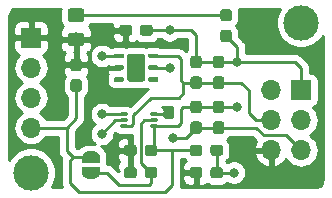
<source format=gbr>
G04 #@! TF.GenerationSoftware,KiCad,Pcbnew,(5.1.4)-1*
G04 #@! TF.CreationDate,2020-11-15T15:43:23+01:00*
G04 #@! TF.ProjectId,Sensorplatine,53656e73-6f72-4706-9c61-74696e652e6b,rev?*
G04 #@! TF.SameCoordinates,Original*
G04 #@! TF.FileFunction,Copper,L1,Top*
G04 #@! TF.FilePolarity,Positive*
%FSLAX46Y46*%
G04 Gerber Fmt 4.6, Leading zero omitted, Abs format (unit mm)*
G04 Created by KiCad (PCBNEW (5.1.4)-1) date 2020-11-15 15:43:23*
%MOMM*%
%LPD*%
G04 APERTURE LIST*
%ADD10O,1.700000X1.700000*%
%ADD11R,1.700000X1.700000*%
%ADD12C,0.100000*%
%ADD13C,0.950000*%
%ADD14C,1.150000*%
%ADD15C,0.500000*%
%ADD16C,0.300000*%
%ADD17C,1.500000*%
%ADD18C,0.400000*%
%ADD19C,3.000000*%
%ADD20C,0.800000*%
%ADD21C,0.250000*%
%ADD22C,0.254000*%
G04 APERTURE END LIST*
D10*
X180340000Y-98425000D03*
X182880000Y-98425000D03*
X180340000Y-95885000D03*
X182880000Y-95885000D03*
X180340000Y-93345000D03*
D11*
X182880000Y-93345000D03*
D12*
G36*
X176790779Y-86471144D02*
G01*
X176813834Y-86474563D01*
X176836443Y-86480227D01*
X176858387Y-86488079D01*
X176879457Y-86498044D01*
X176899448Y-86510026D01*
X176918168Y-86523910D01*
X176935438Y-86539562D01*
X176951090Y-86556832D01*
X176964974Y-86575552D01*
X176976956Y-86595543D01*
X176986921Y-86616613D01*
X176994773Y-86638557D01*
X177000437Y-86661166D01*
X177003856Y-86684221D01*
X177005000Y-86707500D01*
X177005000Y-87282500D01*
X177003856Y-87305779D01*
X177000437Y-87328834D01*
X176994773Y-87351443D01*
X176986921Y-87373387D01*
X176976956Y-87394457D01*
X176964974Y-87414448D01*
X176951090Y-87433168D01*
X176935438Y-87450438D01*
X176918168Y-87466090D01*
X176899448Y-87479974D01*
X176879457Y-87491956D01*
X176858387Y-87501921D01*
X176836443Y-87509773D01*
X176813834Y-87515437D01*
X176790779Y-87518856D01*
X176767500Y-87520000D01*
X176292500Y-87520000D01*
X176269221Y-87518856D01*
X176246166Y-87515437D01*
X176223557Y-87509773D01*
X176201613Y-87501921D01*
X176180543Y-87491956D01*
X176160552Y-87479974D01*
X176141832Y-87466090D01*
X176124562Y-87450438D01*
X176108910Y-87433168D01*
X176095026Y-87414448D01*
X176083044Y-87394457D01*
X176073079Y-87373387D01*
X176065227Y-87351443D01*
X176059563Y-87328834D01*
X176056144Y-87305779D01*
X176055000Y-87282500D01*
X176055000Y-86707500D01*
X176056144Y-86684221D01*
X176059563Y-86661166D01*
X176065227Y-86638557D01*
X176073079Y-86616613D01*
X176083044Y-86595543D01*
X176095026Y-86575552D01*
X176108910Y-86556832D01*
X176124562Y-86539562D01*
X176141832Y-86523910D01*
X176160552Y-86510026D01*
X176180543Y-86498044D01*
X176201613Y-86488079D01*
X176223557Y-86480227D01*
X176246166Y-86474563D01*
X176269221Y-86471144D01*
X176292500Y-86470000D01*
X176767500Y-86470000D01*
X176790779Y-86471144D01*
X176790779Y-86471144D01*
G37*
D13*
X176530000Y-86995000D03*
D12*
G36*
X176790779Y-88221144D02*
G01*
X176813834Y-88224563D01*
X176836443Y-88230227D01*
X176858387Y-88238079D01*
X176879457Y-88248044D01*
X176899448Y-88260026D01*
X176918168Y-88273910D01*
X176935438Y-88289562D01*
X176951090Y-88306832D01*
X176964974Y-88325552D01*
X176976956Y-88345543D01*
X176986921Y-88366613D01*
X176994773Y-88388557D01*
X177000437Y-88411166D01*
X177003856Y-88434221D01*
X177005000Y-88457500D01*
X177005000Y-89032500D01*
X177003856Y-89055779D01*
X177000437Y-89078834D01*
X176994773Y-89101443D01*
X176986921Y-89123387D01*
X176976956Y-89144457D01*
X176964974Y-89164448D01*
X176951090Y-89183168D01*
X176935438Y-89200438D01*
X176918168Y-89216090D01*
X176899448Y-89229974D01*
X176879457Y-89241956D01*
X176858387Y-89251921D01*
X176836443Y-89259773D01*
X176813834Y-89265437D01*
X176790779Y-89268856D01*
X176767500Y-89270000D01*
X176292500Y-89270000D01*
X176269221Y-89268856D01*
X176246166Y-89265437D01*
X176223557Y-89259773D01*
X176201613Y-89251921D01*
X176180543Y-89241956D01*
X176160552Y-89229974D01*
X176141832Y-89216090D01*
X176124562Y-89200438D01*
X176108910Y-89183168D01*
X176095026Y-89164448D01*
X176083044Y-89144457D01*
X176073079Y-89123387D01*
X176065227Y-89101443D01*
X176059563Y-89078834D01*
X176056144Y-89055779D01*
X176055000Y-89032500D01*
X176055000Y-88457500D01*
X176056144Y-88434221D01*
X176059563Y-88411166D01*
X176065227Y-88388557D01*
X176073079Y-88366613D01*
X176083044Y-88345543D01*
X176095026Y-88325552D01*
X176108910Y-88306832D01*
X176124562Y-88289562D01*
X176141832Y-88273910D01*
X176160552Y-88260026D01*
X176180543Y-88248044D01*
X176201613Y-88238079D01*
X176223557Y-88230227D01*
X176246166Y-88224563D01*
X176269221Y-88221144D01*
X176292500Y-88220000D01*
X176767500Y-88220000D01*
X176790779Y-88221144D01*
X176790779Y-88221144D01*
G37*
D13*
X176530000Y-88745000D03*
D12*
G36*
X164304505Y-86421204D02*
G01*
X164328773Y-86424804D01*
X164352572Y-86430765D01*
X164375671Y-86439030D01*
X164397850Y-86449520D01*
X164418893Y-86462132D01*
X164438599Y-86476747D01*
X164456777Y-86493223D01*
X164473253Y-86511401D01*
X164487868Y-86531107D01*
X164500480Y-86552150D01*
X164510970Y-86574329D01*
X164519235Y-86597428D01*
X164525196Y-86621227D01*
X164528796Y-86645495D01*
X164530000Y-86669999D01*
X164530000Y-87320001D01*
X164528796Y-87344505D01*
X164525196Y-87368773D01*
X164519235Y-87392572D01*
X164510970Y-87415671D01*
X164500480Y-87437850D01*
X164487868Y-87458893D01*
X164473253Y-87478599D01*
X164456777Y-87496777D01*
X164438599Y-87513253D01*
X164418893Y-87527868D01*
X164397850Y-87540480D01*
X164375671Y-87550970D01*
X164352572Y-87559235D01*
X164328773Y-87565196D01*
X164304505Y-87568796D01*
X164280001Y-87570000D01*
X163379999Y-87570000D01*
X163355495Y-87568796D01*
X163331227Y-87565196D01*
X163307428Y-87559235D01*
X163284329Y-87550970D01*
X163262150Y-87540480D01*
X163241107Y-87527868D01*
X163221401Y-87513253D01*
X163203223Y-87496777D01*
X163186747Y-87478599D01*
X163172132Y-87458893D01*
X163159520Y-87437850D01*
X163149030Y-87415671D01*
X163140765Y-87392572D01*
X163134804Y-87368773D01*
X163131204Y-87344505D01*
X163130000Y-87320001D01*
X163130000Y-86669999D01*
X163131204Y-86645495D01*
X163134804Y-86621227D01*
X163140765Y-86597428D01*
X163149030Y-86574329D01*
X163159520Y-86552150D01*
X163172132Y-86531107D01*
X163186747Y-86511401D01*
X163203223Y-86493223D01*
X163221401Y-86476747D01*
X163241107Y-86462132D01*
X163262150Y-86449520D01*
X163284329Y-86439030D01*
X163307428Y-86430765D01*
X163331227Y-86424804D01*
X163355495Y-86421204D01*
X163379999Y-86420000D01*
X164280001Y-86420000D01*
X164304505Y-86421204D01*
X164304505Y-86421204D01*
G37*
D14*
X163830000Y-86995000D03*
D12*
G36*
X164304505Y-88471204D02*
G01*
X164328773Y-88474804D01*
X164352572Y-88480765D01*
X164375671Y-88489030D01*
X164397850Y-88499520D01*
X164418893Y-88512132D01*
X164438599Y-88526747D01*
X164456777Y-88543223D01*
X164473253Y-88561401D01*
X164487868Y-88581107D01*
X164500480Y-88602150D01*
X164510970Y-88624329D01*
X164519235Y-88647428D01*
X164525196Y-88671227D01*
X164528796Y-88695495D01*
X164530000Y-88719999D01*
X164530000Y-89370001D01*
X164528796Y-89394505D01*
X164525196Y-89418773D01*
X164519235Y-89442572D01*
X164510970Y-89465671D01*
X164500480Y-89487850D01*
X164487868Y-89508893D01*
X164473253Y-89528599D01*
X164456777Y-89546777D01*
X164438599Y-89563253D01*
X164418893Y-89577868D01*
X164397850Y-89590480D01*
X164375671Y-89600970D01*
X164352572Y-89609235D01*
X164328773Y-89615196D01*
X164304505Y-89618796D01*
X164280001Y-89620000D01*
X163379999Y-89620000D01*
X163355495Y-89618796D01*
X163331227Y-89615196D01*
X163307428Y-89609235D01*
X163284329Y-89600970D01*
X163262150Y-89590480D01*
X163241107Y-89577868D01*
X163221401Y-89563253D01*
X163203223Y-89546777D01*
X163186747Y-89528599D01*
X163172132Y-89508893D01*
X163159520Y-89487850D01*
X163149030Y-89465671D01*
X163140765Y-89442572D01*
X163134804Y-89418773D01*
X163131204Y-89394505D01*
X163130000Y-89370001D01*
X163130000Y-88719999D01*
X163131204Y-88695495D01*
X163134804Y-88671227D01*
X163140765Y-88647428D01*
X163149030Y-88624329D01*
X163159520Y-88602150D01*
X163172132Y-88581107D01*
X163186747Y-88561401D01*
X163203223Y-88543223D01*
X163221401Y-88526747D01*
X163241107Y-88512132D01*
X163262150Y-88499520D01*
X163284329Y-88489030D01*
X163307428Y-88480765D01*
X163331227Y-88474804D01*
X163355495Y-88471204D01*
X163379999Y-88470000D01*
X164280001Y-88470000D01*
X164304505Y-88471204D01*
X164304505Y-88471204D01*
G37*
D14*
X163830000Y-89045000D03*
D12*
G36*
X168345779Y-87791144D02*
G01*
X168368834Y-87794563D01*
X168391443Y-87800227D01*
X168413387Y-87808079D01*
X168434457Y-87818044D01*
X168454448Y-87830026D01*
X168473168Y-87843910D01*
X168490438Y-87859562D01*
X168506090Y-87876832D01*
X168519974Y-87895552D01*
X168531956Y-87915543D01*
X168541921Y-87936613D01*
X168549773Y-87958557D01*
X168555437Y-87981166D01*
X168558856Y-88004221D01*
X168560000Y-88027500D01*
X168560000Y-88502500D01*
X168558856Y-88525779D01*
X168555437Y-88548834D01*
X168549773Y-88571443D01*
X168541921Y-88593387D01*
X168531956Y-88614457D01*
X168519974Y-88634448D01*
X168506090Y-88653168D01*
X168490438Y-88670438D01*
X168473168Y-88686090D01*
X168454448Y-88699974D01*
X168434457Y-88711956D01*
X168413387Y-88721921D01*
X168391443Y-88729773D01*
X168368834Y-88735437D01*
X168345779Y-88738856D01*
X168322500Y-88740000D01*
X167747500Y-88740000D01*
X167724221Y-88738856D01*
X167701166Y-88735437D01*
X167678557Y-88729773D01*
X167656613Y-88721921D01*
X167635543Y-88711956D01*
X167615552Y-88699974D01*
X167596832Y-88686090D01*
X167579562Y-88670438D01*
X167563910Y-88653168D01*
X167550026Y-88634448D01*
X167538044Y-88614457D01*
X167528079Y-88593387D01*
X167520227Y-88571443D01*
X167514563Y-88548834D01*
X167511144Y-88525779D01*
X167510000Y-88502500D01*
X167510000Y-88027500D01*
X167511144Y-88004221D01*
X167514563Y-87981166D01*
X167520227Y-87958557D01*
X167528079Y-87936613D01*
X167538044Y-87915543D01*
X167550026Y-87895552D01*
X167563910Y-87876832D01*
X167579562Y-87859562D01*
X167596832Y-87843910D01*
X167615552Y-87830026D01*
X167635543Y-87818044D01*
X167656613Y-87808079D01*
X167678557Y-87800227D01*
X167701166Y-87794563D01*
X167724221Y-87791144D01*
X167747500Y-87790000D01*
X168322500Y-87790000D01*
X168345779Y-87791144D01*
X168345779Y-87791144D01*
G37*
D13*
X168035000Y-88265000D03*
D12*
G36*
X170095779Y-87791144D02*
G01*
X170118834Y-87794563D01*
X170141443Y-87800227D01*
X170163387Y-87808079D01*
X170184457Y-87818044D01*
X170204448Y-87830026D01*
X170223168Y-87843910D01*
X170240438Y-87859562D01*
X170256090Y-87876832D01*
X170269974Y-87895552D01*
X170281956Y-87915543D01*
X170291921Y-87936613D01*
X170299773Y-87958557D01*
X170305437Y-87981166D01*
X170308856Y-88004221D01*
X170310000Y-88027500D01*
X170310000Y-88502500D01*
X170308856Y-88525779D01*
X170305437Y-88548834D01*
X170299773Y-88571443D01*
X170291921Y-88593387D01*
X170281956Y-88614457D01*
X170269974Y-88634448D01*
X170256090Y-88653168D01*
X170240438Y-88670438D01*
X170223168Y-88686090D01*
X170204448Y-88699974D01*
X170184457Y-88711956D01*
X170163387Y-88721921D01*
X170141443Y-88729773D01*
X170118834Y-88735437D01*
X170095779Y-88738856D01*
X170072500Y-88740000D01*
X169497500Y-88740000D01*
X169474221Y-88738856D01*
X169451166Y-88735437D01*
X169428557Y-88729773D01*
X169406613Y-88721921D01*
X169385543Y-88711956D01*
X169365552Y-88699974D01*
X169346832Y-88686090D01*
X169329562Y-88670438D01*
X169313910Y-88653168D01*
X169300026Y-88634448D01*
X169288044Y-88614457D01*
X169278079Y-88593387D01*
X169270227Y-88571443D01*
X169264563Y-88548834D01*
X169261144Y-88525779D01*
X169260000Y-88502500D01*
X169260000Y-88027500D01*
X169261144Y-88004221D01*
X169264563Y-87981166D01*
X169270227Y-87958557D01*
X169278079Y-87936613D01*
X169288044Y-87915543D01*
X169300026Y-87895552D01*
X169313910Y-87876832D01*
X169329562Y-87859562D01*
X169346832Y-87843910D01*
X169365552Y-87830026D01*
X169385543Y-87818044D01*
X169406613Y-87808079D01*
X169428557Y-87800227D01*
X169451166Y-87794563D01*
X169474221Y-87791144D01*
X169497500Y-87790000D01*
X170072500Y-87790000D01*
X170095779Y-87791144D01*
X170095779Y-87791144D01*
G37*
D13*
X169785000Y-88265000D03*
D12*
G36*
X174300779Y-99856144D02*
G01*
X174323834Y-99859563D01*
X174346443Y-99865227D01*
X174368387Y-99873079D01*
X174389457Y-99883044D01*
X174409448Y-99895026D01*
X174428168Y-99908910D01*
X174445438Y-99924562D01*
X174461090Y-99941832D01*
X174474974Y-99960552D01*
X174486956Y-99980543D01*
X174496921Y-100001613D01*
X174504773Y-100023557D01*
X174510437Y-100046166D01*
X174513856Y-100069221D01*
X174515000Y-100092500D01*
X174515000Y-100567500D01*
X174513856Y-100590779D01*
X174510437Y-100613834D01*
X174504773Y-100636443D01*
X174496921Y-100658387D01*
X174486956Y-100679457D01*
X174474974Y-100699448D01*
X174461090Y-100718168D01*
X174445438Y-100735438D01*
X174428168Y-100751090D01*
X174409448Y-100764974D01*
X174389457Y-100776956D01*
X174368387Y-100786921D01*
X174346443Y-100794773D01*
X174323834Y-100800437D01*
X174300779Y-100803856D01*
X174277500Y-100805000D01*
X173702500Y-100805000D01*
X173679221Y-100803856D01*
X173656166Y-100800437D01*
X173633557Y-100794773D01*
X173611613Y-100786921D01*
X173590543Y-100776956D01*
X173570552Y-100764974D01*
X173551832Y-100751090D01*
X173534562Y-100735438D01*
X173518910Y-100718168D01*
X173505026Y-100699448D01*
X173493044Y-100679457D01*
X173483079Y-100658387D01*
X173475227Y-100636443D01*
X173469563Y-100613834D01*
X173466144Y-100590779D01*
X173465000Y-100567500D01*
X173465000Y-100092500D01*
X173466144Y-100069221D01*
X173469563Y-100046166D01*
X173475227Y-100023557D01*
X173483079Y-100001613D01*
X173493044Y-99980543D01*
X173505026Y-99960552D01*
X173518910Y-99941832D01*
X173534562Y-99924562D01*
X173551832Y-99908910D01*
X173570552Y-99895026D01*
X173590543Y-99883044D01*
X173611613Y-99873079D01*
X173633557Y-99865227D01*
X173656166Y-99859563D01*
X173679221Y-99856144D01*
X173702500Y-99855000D01*
X174277500Y-99855000D01*
X174300779Y-99856144D01*
X174300779Y-99856144D01*
G37*
D13*
X173990000Y-100330000D03*
D12*
G36*
X176050779Y-99856144D02*
G01*
X176073834Y-99859563D01*
X176096443Y-99865227D01*
X176118387Y-99873079D01*
X176139457Y-99883044D01*
X176159448Y-99895026D01*
X176178168Y-99908910D01*
X176195438Y-99924562D01*
X176211090Y-99941832D01*
X176224974Y-99960552D01*
X176236956Y-99980543D01*
X176246921Y-100001613D01*
X176254773Y-100023557D01*
X176260437Y-100046166D01*
X176263856Y-100069221D01*
X176265000Y-100092500D01*
X176265000Y-100567500D01*
X176263856Y-100590779D01*
X176260437Y-100613834D01*
X176254773Y-100636443D01*
X176246921Y-100658387D01*
X176236956Y-100679457D01*
X176224974Y-100699448D01*
X176211090Y-100718168D01*
X176195438Y-100735438D01*
X176178168Y-100751090D01*
X176159448Y-100764974D01*
X176139457Y-100776956D01*
X176118387Y-100786921D01*
X176096443Y-100794773D01*
X176073834Y-100800437D01*
X176050779Y-100803856D01*
X176027500Y-100805000D01*
X175452500Y-100805000D01*
X175429221Y-100803856D01*
X175406166Y-100800437D01*
X175383557Y-100794773D01*
X175361613Y-100786921D01*
X175340543Y-100776956D01*
X175320552Y-100764974D01*
X175301832Y-100751090D01*
X175284562Y-100735438D01*
X175268910Y-100718168D01*
X175255026Y-100699448D01*
X175243044Y-100679457D01*
X175233079Y-100658387D01*
X175225227Y-100636443D01*
X175219563Y-100613834D01*
X175216144Y-100590779D01*
X175215000Y-100567500D01*
X175215000Y-100092500D01*
X175216144Y-100069221D01*
X175219563Y-100046166D01*
X175225227Y-100023557D01*
X175233079Y-100001613D01*
X175243044Y-99980543D01*
X175255026Y-99960552D01*
X175268910Y-99941832D01*
X175284562Y-99924562D01*
X175301832Y-99908910D01*
X175320552Y-99895026D01*
X175340543Y-99883044D01*
X175361613Y-99873079D01*
X175383557Y-99865227D01*
X175406166Y-99859563D01*
X175429221Y-99856144D01*
X175452500Y-99855000D01*
X176027500Y-99855000D01*
X176050779Y-99856144D01*
X176050779Y-99856144D01*
G37*
D13*
X175740000Y-100330000D03*
D12*
G36*
X170490779Y-97951144D02*
G01*
X170513834Y-97954563D01*
X170536443Y-97960227D01*
X170558387Y-97968079D01*
X170579457Y-97978044D01*
X170599448Y-97990026D01*
X170618168Y-98003910D01*
X170635438Y-98019562D01*
X170651090Y-98036832D01*
X170664974Y-98055552D01*
X170676956Y-98075543D01*
X170686921Y-98096613D01*
X170694773Y-98118557D01*
X170700437Y-98141166D01*
X170703856Y-98164221D01*
X170705000Y-98187500D01*
X170705000Y-98662500D01*
X170703856Y-98685779D01*
X170700437Y-98708834D01*
X170694773Y-98731443D01*
X170686921Y-98753387D01*
X170676956Y-98774457D01*
X170664974Y-98794448D01*
X170651090Y-98813168D01*
X170635438Y-98830438D01*
X170618168Y-98846090D01*
X170599448Y-98859974D01*
X170579457Y-98871956D01*
X170558387Y-98881921D01*
X170536443Y-98889773D01*
X170513834Y-98895437D01*
X170490779Y-98898856D01*
X170467500Y-98900000D01*
X169892500Y-98900000D01*
X169869221Y-98898856D01*
X169846166Y-98895437D01*
X169823557Y-98889773D01*
X169801613Y-98881921D01*
X169780543Y-98871956D01*
X169760552Y-98859974D01*
X169741832Y-98846090D01*
X169724562Y-98830438D01*
X169708910Y-98813168D01*
X169695026Y-98794448D01*
X169683044Y-98774457D01*
X169673079Y-98753387D01*
X169665227Y-98731443D01*
X169659563Y-98708834D01*
X169656144Y-98685779D01*
X169655000Y-98662500D01*
X169655000Y-98187500D01*
X169656144Y-98164221D01*
X169659563Y-98141166D01*
X169665227Y-98118557D01*
X169673079Y-98096613D01*
X169683044Y-98075543D01*
X169695026Y-98055552D01*
X169708910Y-98036832D01*
X169724562Y-98019562D01*
X169741832Y-98003910D01*
X169760552Y-97990026D01*
X169780543Y-97978044D01*
X169801613Y-97968079D01*
X169823557Y-97960227D01*
X169846166Y-97954563D01*
X169869221Y-97951144D01*
X169892500Y-97950000D01*
X170467500Y-97950000D01*
X170490779Y-97951144D01*
X170490779Y-97951144D01*
G37*
D13*
X170180000Y-98425000D03*
D12*
G36*
X168740779Y-97951144D02*
G01*
X168763834Y-97954563D01*
X168786443Y-97960227D01*
X168808387Y-97968079D01*
X168829457Y-97978044D01*
X168849448Y-97990026D01*
X168868168Y-98003910D01*
X168885438Y-98019562D01*
X168901090Y-98036832D01*
X168914974Y-98055552D01*
X168926956Y-98075543D01*
X168936921Y-98096613D01*
X168944773Y-98118557D01*
X168950437Y-98141166D01*
X168953856Y-98164221D01*
X168955000Y-98187500D01*
X168955000Y-98662500D01*
X168953856Y-98685779D01*
X168950437Y-98708834D01*
X168944773Y-98731443D01*
X168936921Y-98753387D01*
X168926956Y-98774457D01*
X168914974Y-98794448D01*
X168901090Y-98813168D01*
X168885438Y-98830438D01*
X168868168Y-98846090D01*
X168849448Y-98859974D01*
X168829457Y-98871956D01*
X168808387Y-98881921D01*
X168786443Y-98889773D01*
X168763834Y-98895437D01*
X168740779Y-98898856D01*
X168717500Y-98900000D01*
X168142500Y-98900000D01*
X168119221Y-98898856D01*
X168096166Y-98895437D01*
X168073557Y-98889773D01*
X168051613Y-98881921D01*
X168030543Y-98871956D01*
X168010552Y-98859974D01*
X167991832Y-98846090D01*
X167974562Y-98830438D01*
X167958910Y-98813168D01*
X167945026Y-98794448D01*
X167933044Y-98774457D01*
X167923079Y-98753387D01*
X167915227Y-98731443D01*
X167909563Y-98708834D01*
X167906144Y-98685779D01*
X167905000Y-98662500D01*
X167905000Y-98187500D01*
X167906144Y-98164221D01*
X167909563Y-98141166D01*
X167915227Y-98118557D01*
X167923079Y-98096613D01*
X167933044Y-98075543D01*
X167945026Y-98055552D01*
X167958910Y-98036832D01*
X167974562Y-98019562D01*
X167991832Y-98003910D01*
X168010552Y-97990026D01*
X168030543Y-97978044D01*
X168051613Y-97968079D01*
X168073557Y-97960227D01*
X168096166Y-97954563D01*
X168119221Y-97951144D01*
X168142500Y-97950000D01*
X168717500Y-97950000D01*
X168740779Y-97951144D01*
X168740779Y-97951144D01*
G37*
D13*
X168430000Y-98425000D03*
D12*
G36*
X164090779Y-92426144D02*
G01*
X164113834Y-92429563D01*
X164136443Y-92435227D01*
X164158387Y-92443079D01*
X164179457Y-92453044D01*
X164199448Y-92465026D01*
X164218168Y-92478910D01*
X164235438Y-92494562D01*
X164251090Y-92511832D01*
X164264974Y-92530552D01*
X164276956Y-92550543D01*
X164286921Y-92571613D01*
X164294773Y-92593557D01*
X164300437Y-92616166D01*
X164303856Y-92639221D01*
X164305000Y-92662500D01*
X164305000Y-93237500D01*
X164303856Y-93260779D01*
X164300437Y-93283834D01*
X164294773Y-93306443D01*
X164286921Y-93328387D01*
X164276956Y-93349457D01*
X164264974Y-93369448D01*
X164251090Y-93388168D01*
X164235438Y-93405438D01*
X164218168Y-93421090D01*
X164199448Y-93434974D01*
X164179457Y-93446956D01*
X164158387Y-93456921D01*
X164136443Y-93464773D01*
X164113834Y-93470437D01*
X164090779Y-93473856D01*
X164067500Y-93475000D01*
X163592500Y-93475000D01*
X163569221Y-93473856D01*
X163546166Y-93470437D01*
X163523557Y-93464773D01*
X163501613Y-93456921D01*
X163480543Y-93446956D01*
X163460552Y-93434974D01*
X163441832Y-93421090D01*
X163424562Y-93405438D01*
X163408910Y-93388168D01*
X163395026Y-93369448D01*
X163383044Y-93349457D01*
X163373079Y-93328387D01*
X163365227Y-93306443D01*
X163359563Y-93283834D01*
X163356144Y-93260779D01*
X163355000Y-93237500D01*
X163355000Y-92662500D01*
X163356144Y-92639221D01*
X163359563Y-92616166D01*
X163365227Y-92593557D01*
X163373079Y-92571613D01*
X163383044Y-92550543D01*
X163395026Y-92530552D01*
X163408910Y-92511832D01*
X163424562Y-92494562D01*
X163441832Y-92478910D01*
X163460552Y-92465026D01*
X163480543Y-92453044D01*
X163501613Y-92443079D01*
X163523557Y-92435227D01*
X163546166Y-92429563D01*
X163569221Y-92426144D01*
X163592500Y-92425000D01*
X164067500Y-92425000D01*
X164090779Y-92426144D01*
X164090779Y-92426144D01*
G37*
D13*
X163830000Y-92950000D03*
D12*
G36*
X164090779Y-90676144D02*
G01*
X164113834Y-90679563D01*
X164136443Y-90685227D01*
X164158387Y-90693079D01*
X164179457Y-90703044D01*
X164199448Y-90715026D01*
X164218168Y-90728910D01*
X164235438Y-90744562D01*
X164251090Y-90761832D01*
X164264974Y-90780552D01*
X164276956Y-90800543D01*
X164286921Y-90821613D01*
X164294773Y-90843557D01*
X164300437Y-90866166D01*
X164303856Y-90889221D01*
X164305000Y-90912500D01*
X164305000Y-91487500D01*
X164303856Y-91510779D01*
X164300437Y-91533834D01*
X164294773Y-91556443D01*
X164286921Y-91578387D01*
X164276956Y-91599457D01*
X164264974Y-91619448D01*
X164251090Y-91638168D01*
X164235438Y-91655438D01*
X164218168Y-91671090D01*
X164199448Y-91684974D01*
X164179457Y-91696956D01*
X164158387Y-91706921D01*
X164136443Y-91714773D01*
X164113834Y-91720437D01*
X164090779Y-91723856D01*
X164067500Y-91725000D01*
X163592500Y-91725000D01*
X163569221Y-91723856D01*
X163546166Y-91720437D01*
X163523557Y-91714773D01*
X163501613Y-91706921D01*
X163480543Y-91696956D01*
X163460552Y-91684974D01*
X163441832Y-91671090D01*
X163424562Y-91655438D01*
X163408910Y-91638168D01*
X163395026Y-91619448D01*
X163383044Y-91599457D01*
X163373079Y-91578387D01*
X163365227Y-91556443D01*
X163359563Y-91533834D01*
X163356144Y-91510779D01*
X163355000Y-91487500D01*
X163355000Y-90912500D01*
X163356144Y-90889221D01*
X163359563Y-90866166D01*
X163365227Y-90843557D01*
X163373079Y-90821613D01*
X163383044Y-90800543D01*
X163395026Y-90780552D01*
X163408910Y-90761832D01*
X163424562Y-90744562D01*
X163441832Y-90728910D01*
X163460552Y-90715026D01*
X163480543Y-90703044D01*
X163501613Y-90693079D01*
X163523557Y-90685227D01*
X163546166Y-90679563D01*
X163569221Y-90676144D01*
X163592500Y-90675000D01*
X164067500Y-90675000D01*
X164090779Y-90676144D01*
X164090779Y-90676144D01*
G37*
D13*
X163830000Y-91200000D03*
D15*
X165100000Y-99030000D03*
D12*
G36*
X164350000Y-99530000D02*
G01*
X164350000Y-99030000D01*
X164350602Y-99030000D01*
X164350602Y-99005466D01*
X164355412Y-98956635D01*
X164364984Y-98908510D01*
X164379228Y-98861555D01*
X164398005Y-98816222D01*
X164421136Y-98772949D01*
X164448396Y-98732150D01*
X164479524Y-98694221D01*
X164514221Y-98659524D01*
X164552150Y-98628396D01*
X164592949Y-98601136D01*
X164636222Y-98578005D01*
X164681555Y-98559228D01*
X164728510Y-98544984D01*
X164776635Y-98535412D01*
X164825466Y-98530602D01*
X164850000Y-98530602D01*
X164850000Y-98530000D01*
X165350000Y-98530000D01*
X165350000Y-98530602D01*
X165374534Y-98530602D01*
X165423365Y-98535412D01*
X165471490Y-98544984D01*
X165518445Y-98559228D01*
X165563778Y-98578005D01*
X165607051Y-98601136D01*
X165647850Y-98628396D01*
X165685779Y-98659524D01*
X165720476Y-98694221D01*
X165751604Y-98732150D01*
X165778864Y-98772949D01*
X165801995Y-98816222D01*
X165820772Y-98861555D01*
X165835016Y-98908510D01*
X165844588Y-98956635D01*
X165849398Y-99005466D01*
X165849398Y-99030000D01*
X165850000Y-99030000D01*
X165850000Y-99530000D01*
X164350000Y-99530000D01*
X164350000Y-99530000D01*
G37*
D15*
X165100000Y-100330000D03*
D12*
G36*
X165849398Y-100330000D02*
G01*
X165849398Y-100354534D01*
X165844588Y-100403365D01*
X165835016Y-100451490D01*
X165820772Y-100498445D01*
X165801995Y-100543778D01*
X165778864Y-100587051D01*
X165751604Y-100627850D01*
X165720476Y-100665779D01*
X165685779Y-100700476D01*
X165647850Y-100731604D01*
X165607051Y-100758864D01*
X165563778Y-100781995D01*
X165518445Y-100800772D01*
X165471490Y-100815016D01*
X165423365Y-100824588D01*
X165374534Y-100829398D01*
X165350000Y-100829398D01*
X165350000Y-100830000D01*
X164850000Y-100830000D01*
X164850000Y-100829398D01*
X164825466Y-100829398D01*
X164776635Y-100824588D01*
X164728510Y-100815016D01*
X164681555Y-100800772D01*
X164636222Y-100781995D01*
X164592949Y-100758864D01*
X164552150Y-100731604D01*
X164514221Y-100700476D01*
X164479524Y-100665779D01*
X164448396Y-100627850D01*
X164421136Y-100587051D01*
X164398005Y-100543778D01*
X164379228Y-100498445D01*
X164364984Y-100451490D01*
X164355412Y-100403365D01*
X164350602Y-100354534D01*
X164350602Y-100330000D01*
X164350000Y-100330000D01*
X164350000Y-99830000D01*
X165850000Y-99830000D01*
X165850000Y-100330000D01*
X165849398Y-100330000D01*
X165849398Y-100330000D01*
G37*
G36*
X168740779Y-99856144D02*
G01*
X168763834Y-99859563D01*
X168786443Y-99865227D01*
X168808387Y-99873079D01*
X168829457Y-99883044D01*
X168849448Y-99895026D01*
X168868168Y-99908910D01*
X168885438Y-99924562D01*
X168901090Y-99941832D01*
X168914974Y-99960552D01*
X168926956Y-99980543D01*
X168936921Y-100001613D01*
X168944773Y-100023557D01*
X168950437Y-100046166D01*
X168953856Y-100069221D01*
X168955000Y-100092500D01*
X168955000Y-100567500D01*
X168953856Y-100590779D01*
X168950437Y-100613834D01*
X168944773Y-100636443D01*
X168936921Y-100658387D01*
X168926956Y-100679457D01*
X168914974Y-100699448D01*
X168901090Y-100718168D01*
X168885438Y-100735438D01*
X168868168Y-100751090D01*
X168849448Y-100764974D01*
X168829457Y-100776956D01*
X168808387Y-100786921D01*
X168786443Y-100794773D01*
X168763834Y-100800437D01*
X168740779Y-100803856D01*
X168717500Y-100805000D01*
X168142500Y-100805000D01*
X168119221Y-100803856D01*
X168096166Y-100800437D01*
X168073557Y-100794773D01*
X168051613Y-100786921D01*
X168030543Y-100776956D01*
X168010552Y-100764974D01*
X167991832Y-100751090D01*
X167974562Y-100735438D01*
X167958910Y-100718168D01*
X167945026Y-100699448D01*
X167933044Y-100679457D01*
X167923079Y-100658387D01*
X167915227Y-100636443D01*
X167909563Y-100613834D01*
X167906144Y-100590779D01*
X167905000Y-100567500D01*
X167905000Y-100092500D01*
X167906144Y-100069221D01*
X167909563Y-100046166D01*
X167915227Y-100023557D01*
X167923079Y-100001613D01*
X167933044Y-99980543D01*
X167945026Y-99960552D01*
X167958910Y-99941832D01*
X167974562Y-99924562D01*
X167991832Y-99908910D01*
X168010552Y-99895026D01*
X168030543Y-99883044D01*
X168051613Y-99873079D01*
X168073557Y-99865227D01*
X168096166Y-99859563D01*
X168119221Y-99856144D01*
X168142500Y-99855000D01*
X168717500Y-99855000D01*
X168740779Y-99856144D01*
X168740779Y-99856144D01*
G37*
D13*
X168430000Y-100330000D03*
D12*
G36*
X170490779Y-99856144D02*
G01*
X170513834Y-99859563D01*
X170536443Y-99865227D01*
X170558387Y-99873079D01*
X170579457Y-99883044D01*
X170599448Y-99895026D01*
X170618168Y-99908910D01*
X170635438Y-99924562D01*
X170651090Y-99941832D01*
X170664974Y-99960552D01*
X170676956Y-99980543D01*
X170686921Y-100001613D01*
X170694773Y-100023557D01*
X170700437Y-100046166D01*
X170703856Y-100069221D01*
X170705000Y-100092500D01*
X170705000Y-100567500D01*
X170703856Y-100590779D01*
X170700437Y-100613834D01*
X170694773Y-100636443D01*
X170686921Y-100658387D01*
X170676956Y-100679457D01*
X170664974Y-100699448D01*
X170651090Y-100718168D01*
X170635438Y-100735438D01*
X170618168Y-100751090D01*
X170599448Y-100764974D01*
X170579457Y-100776956D01*
X170558387Y-100786921D01*
X170536443Y-100794773D01*
X170513834Y-100800437D01*
X170490779Y-100803856D01*
X170467500Y-100805000D01*
X169892500Y-100805000D01*
X169869221Y-100803856D01*
X169846166Y-100800437D01*
X169823557Y-100794773D01*
X169801613Y-100786921D01*
X169780543Y-100776956D01*
X169760552Y-100764974D01*
X169741832Y-100751090D01*
X169724562Y-100735438D01*
X169708910Y-100718168D01*
X169695026Y-100699448D01*
X169683044Y-100679457D01*
X169673079Y-100658387D01*
X169665227Y-100636443D01*
X169659563Y-100613834D01*
X169656144Y-100590779D01*
X169655000Y-100567500D01*
X169655000Y-100092500D01*
X169656144Y-100069221D01*
X169659563Y-100046166D01*
X169665227Y-100023557D01*
X169673079Y-100001613D01*
X169683044Y-99980543D01*
X169695026Y-99960552D01*
X169708910Y-99941832D01*
X169724562Y-99924562D01*
X169741832Y-99908910D01*
X169760552Y-99895026D01*
X169780543Y-99883044D01*
X169801613Y-99873079D01*
X169823557Y-99865227D01*
X169846166Y-99859563D01*
X169869221Y-99856144D01*
X169892500Y-99855000D01*
X170467500Y-99855000D01*
X170490779Y-99856144D01*
X170490779Y-99856144D01*
G37*
D13*
X170180000Y-100330000D03*
D12*
G36*
X174300779Y-97951144D02*
G01*
X174323834Y-97954563D01*
X174346443Y-97960227D01*
X174368387Y-97968079D01*
X174389457Y-97978044D01*
X174409448Y-97990026D01*
X174428168Y-98003910D01*
X174445438Y-98019562D01*
X174461090Y-98036832D01*
X174474974Y-98055552D01*
X174486956Y-98075543D01*
X174496921Y-98096613D01*
X174504773Y-98118557D01*
X174510437Y-98141166D01*
X174513856Y-98164221D01*
X174515000Y-98187500D01*
X174515000Y-98662500D01*
X174513856Y-98685779D01*
X174510437Y-98708834D01*
X174504773Y-98731443D01*
X174496921Y-98753387D01*
X174486956Y-98774457D01*
X174474974Y-98794448D01*
X174461090Y-98813168D01*
X174445438Y-98830438D01*
X174428168Y-98846090D01*
X174409448Y-98859974D01*
X174389457Y-98871956D01*
X174368387Y-98881921D01*
X174346443Y-98889773D01*
X174323834Y-98895437D01*
X174300779Y-98898856D01*
X174277500Y-98900000D01*
X173702500Y-98900000D01*
X173679221Y-98898856D01*
X173656166Y-98895437D01*
X173633557Y-98889773D01*
X173611613Y-98881921D01*
X173590543Y-98871956D01*
X173570552Y-98859974D01*
X173551832Y-98846090D01*
X173534562Y-98830438D01*
X173518910Y-98813168D01*
X173505026Y-98794448D01*
X173493044Y-98774457D01*
X173483079Y-98753387D01*
X173475227Y-98731443D01*
X173469563Y-98708834D01*
X173466144Y-98685779D01*
X173465000Y-98662500D01*
X173465000Y-98187500D01*
X173466144Y-98164221D01*
X173469563Y-98141166D01*
X173475227Y-98118557D01*
X173483079Y-98096613D01*
X173493044Y-98075543D01*
X173505026Y-98055552D01*
X173518910Y-98036832D01*
X173534562Y-98019562D01*
X173551832Y-98003910D01*
X173570552Y-97990026D01*
X173590543Y-97978044D01*
X173611613Y-97968079D01*
X173633557Y-97960227D01*
X173656166Y-97954563D01*
X173679221Y-97951144D01*
X173702500Y-97950000D01*
X174277500Y-97950000D01*
X174300779Y-97951144D01*
X174300779Y-97951144D01*
G37*
D13*
X173990000Y-98425000D03*
D12*
G36*
X176050779Y-97951144D02*
G01*
X176073834Y-97954563D01*
X176096443Y-97960227D01*
X176118387Y-97968079D01*
X176139457Y-97978044D01*
X176159448Y-97990026D01*
X176178168Y-98003910D01*
X176195438Y-98019562D01*
X176211090Y-98036832D01*
X176224974Y-98055552D01*
X176236956Y-98075543D01*
X176246921Y-98096613D01*
X176254773Y-98118557D01*
X176260437Y-98141166D01*
X176263856Y-98164221D01*
X176265000Y-98187500D01*
X176265000Y-98662500D01*
X176263856Y-98685779D01*
X176260437Y-98708834D01*
X176254773Y-98731443D01*
X176246921Y-98753387D01*
X176236956Y-98774457D01*
X176224974Y-98794448D01*
X176211090Y-98813168D01*
X176195438Y-98830438D01*
X176178168Y-98846090D01*
X176159448Y-98859974D01*
X176139457Y-98871956D01*
X176118387Y-98881921D01*
X176096443Y-98889773D01*
X176073834Y-98895437D01*
X176050779Y-98898856D01*
X176027500Y-98900000D01*
X175452500Y-98900000D01*
X175429221Y-98898856D01*
X175406166Y-98895437D01*
X175383557Y-98889773D01*
X175361613Y-98881921D01*
X175340543Y-98871956D01*
X175320552Y-98859974D01*
X175301832Y-98846090D01*
X175284562Y-98830438D01*
X175268910Y-98813168D01*
X175255026Y-98794448D01*
X175243044Y-98774457D01*
X175233079Y-98753387D01*
X175225227Y-98731443D01*
X175219563Y-98708834D01*
X175216144Y-98685779D01*
X175215000Y-98662500D01*
X175215000Y-98187500D01*
X175216144Y-98164221D01*
X175219563Y-98141166D01*
X175225227Y-98118557D01*
X175233079Y-98096613D01*
X175243044Y-98075543D01*
X175255026Y-98055552D01*
X175268910Y-98036832D01*
X175284562Y-98019562D01*
X175301832Y-98003910D01*
X175320552Y-97990026D01*
X175340543Y-97978044D01*
X175361613Y-97968079D01*
X175383557Y-97960227D01*
X175406166Y-97954563D01*
X175429221Y-97951144D01*
X175452500Y-97950000D01*
X176027500Y-97950000D01*
X176050779Y-97951144D01*
X176050779Y-97951144D01*
G37*
D13*
X175740000Y-98425000D03*
D12*
G36*
X174250779Y-92186144D02*
G01*
X174273834Y-92189563D01*
X174296443Y-92195227D01*
X174318387Y-92203079D01*
X174339457Y-92213044D01*
X174359448Y-92225026D01*
X174378168Y-92238910D01*
X174395438Y-92254562D01*
X174411090Y-92271832D01*
X174424974Y-92290552D01*
X174436956Y-92310543D01*
X174446921Y-92331613D01*
X174454773Y-92353557D01*
X174460437Y-92376166D01*
X174463856Y-92399221D01*
X174465000Y-92422500D01*
X174465000Y-92997500D01*
X174463856Y-93020779D01*
X174460437Y-93043834D01*
X174454773Y-93066443D01*
X174446921Y-93088387D01*
X174436956Y-93109457D01*
X174424974Y-93129448D01*
X174411090Y-93148168D01*
X174395438Y-93165438D01*
X174378168Y-93181090D01*
X174359448Y-93194974D01*
X174339457Y-93206956D01*
X174318387Y-93216921D01*
X174296443Y-93224773D01*
X174273834Y-93230437D01*
X174250779Y-93233856D01*
X174227500Y-93235000D01*
X173752500Y-93235000D01*
X173729221Y-93233856D01*
X173706166Y-93230437D01*
X173683557Y-93224773D01*
X173661613Y-93216921D01*
X173640543Y-93206956D01*
X173620552Y-93194974D01*
X173601832Y-93181090D01*
X173584562Y-93165438D01*
X173568910Y-93148168D01*
X173555026Y-93129448D01*
X173543044Y-93109457D01*
X173533079Y-93088387D01*
X173525227Y-93066443D01*
X173519563Y-93043834D01*
X173516144Y-93020779D01*
X173515000Y-92997500D01*
X173515000Y-92422500D01*
X173516144Y-92399221D01*
X173519563Y-92376166D01*
X173525227Y-92353557D01*
X173533079Y-92331613D01*
X173543044Y-92310543D01*
X173555026Y-92290552D01*
X173568910Y-92271832D01*
X173584562Y-92254562D01*
X173601832Y-92238910D01*
X173620552Y-92225026D01*
X173640543Y-92213044D01*
X173661613Y-92203079D01*
X173683557Y-92195227D01*
X173706166Y-92189563D01*
X173729221Y-92186144D01*
X173752500Y-92185000D01*
X174227500Y-92185000D01*
X174250779Y-92186144D01*
X174250779Y-92186144D01*
G37*
D13*
X173990000Y-92710000D03*
D12*
G36*
X174250779Y-90436144D02*
G01*
X174273834Y-90439563D01*
X174296443Y-90445227D01*
X174318387Y-90453079D01*
X174339457Y-90463044D01*
X174359448Y-90475026D01*
X174378168Y-90488910D01*
X174395438Y-90504562D01*
X174411090Y-90521832D01*
X174424974Y-90540552D01*
X174436956Y-90560543D01*
X174446921Y-90581613D01*
X174454773Y-90603557D01*
X174460437Y-90626166D01*
X174463856Y-90649221D01*
X174465000Y-90672500D01*
X174465000Y-91247500D01*
X174463856Y-91270779D01*
X174460437Y-91293834D01*
X174454773Y-91316443D01*
X174446921Y-91338387D01*
X174436956Y-91359457D01*
X174424974Y-91379448D01*
X174411090Y-91398168D01*
X174395438Y-91415438D01*
X174378168Y-91431090D01*
X174359448Y-91444974D01*
X174339457Y-91456956D01*
X174318387Y-91466921D01*
X174296443Y-91474773D01*
X174273834Y-91480437D01*
X174250779Y-91483856D01*
X174227500Y-91485000D01*
X173752500Y-91485000D01*
X173729221Y-91483856D01*
X173706166Y-91480437D01*
X173683557Y-91474773D01*
X173661613Y-91466921D01*
X173640543Y-91456956D01*
X173620552Y-91444974D01*
X173601832Y-91431090D01*
X173584562Y-91415438D01*
X173568910Y-91398168D01*
X173555026Y-91379448D01*
X173543044Y-91359457D01*
X173533079Y-91338387D01*
X173525227Y-91316443D01*
X173519563Y-91293834D01*
X173516144Y-91270779D01*
X173515000Y-91247500D01*
X173515000Y-90672500D01*
X173516144Y-90649221D01*
X173519563Y-90626166D01*
X173525227Y-90603557D01*
X173533079Y-90581613D01*
X173543044Y-90560543D01*
X173555026Y-90540552D01*
X173568910Y-90521832D01*
X173584562Y-90504562D01*
X173601832Y-90488910D01*
X173620552Y-90475026D01*
X173640543Y-90463044D01*
X173661613Y-90453079D01*
X173683557Y-90445227D01*
X173706166Y-90439563D01*
X173729221Y-90436144D01*
X173752500Y-90435000D01*
X174227500Y-90435000D01*
X174250779Y-90436144D01*
X174250779Y-90436144D01*
G37*
D13*
X173990000Y-90960000D03*
D12*
G36*
X176155779Y-94246144D02*
G01*
X176178834Y-94249563D01*
X176201443Y-94255227D01*
X176223387Y-94263079D01*
X176244457Y-94273044D01*
X176264448Y-94285026D01*
X176283168Y-94298910D01*
X176300438Y-94314562D01*
X176316090Y-94331832D01*
X176329974Y-94350552D01*
X176341956Y-94370543D01*
X176351921Y-94391613D01*
X176359773Y-94413557D01*
X176365437Y-94436166D01*
X176368856Y-94459221D01*
X176370000Y-94482500D01*
X176370000Y-95057500D01*
X176368856Y-95080779D01*
X176365437Y-95103834D01*
X176359773Y-95126443D01*
X176351921Y-95148387D01*
X176341956Y-95169457D01*
X176329974Y-95189448D01*
X176316090Y-95208168D01*
X176300438Y-95225438D01*
X176283168Y-95241090D01*
X176264448Y-95254974D01*
X176244457Y-95266956D01*
X176223387Y-95276921D01*
X176201443Y-95284773D01*
X176178834Y-95290437D01*
X176155779Y-95293856D01*
X176132500Y-95295000D01*
X175657500Y-95295000D01*
X175634221Y-95293856D01*
X175611166Y-95290437D01*
X175588557Y-95284773D01*
X175566613Y-95276921D01*
X175545543Y-95266956D01*
X175525552Y-95254974D01*
X175506832Y-95241090D01*
X175489562Y-95225438D01*
X175473910Y-95208168D01*
X175460026Y-95189448D01*
X175448044Y-95169457D01*
X175438079Y-95148387D01*
X175430227Y-95126443D01*
X175424563Y-95103834D01*
X175421144Y-95080779D01*
X175420000Y-95057500D01*
X175420000Y-94482500D01*
X175421144Y-94459221D01*
X175424563Y-94436166D01*
X175430227Y-94413557D01*
X175438079Y-94391613D01*
X175448044Y-94370543D01*
X175460026Y-94350552D01*
X175473910Y-94331832D01*
X175489562Y-94314562D01*
X175506832Y-94298910D01*
X175525552Y-94285026D01*
X175545543Y-94273044D01*
X175566613Y-94263079D01*
X175588557Y-94255227D01*
X175611166Y-94249563D01*
X175634221Y-94246144D01*
X175657500Y-94245000D01*
X176132500Y-94245000D01*
X176155779Y-94246144D01*
X176155779Y-94246144D01*
G37*
D13*
X175895000Y-94770000D03*
D12*
G36*
X176155779Y-95996144D02*
G01*
X176178834Y-95999563D01*
X176201443Y-96005227D01*
X176223387Y-96013079D01*
X176244457Y-96023044D01*
X176264448Y-96035026D01*
X176283168Y-96048910D01*
X176300438Y-96064562D01*
X176316090Y-96081832D01*
X176329974Y-96100552D01*
X176341956Y-96120543D01*
X176351921Y-96141613D01*
X176359773Y-96163557D01*
X176365437Y-96186166D01*
X176368856Y-96209221D01*
X176370000Y-96232500D01*
X176370000Y-96807500D01*
X176368856Y-96830779D01*
X176365437Y-96853834D01*
X176359773Y-96876443D01*
X176351921Y-96898387D01*
X176341956Y-96919457D01*
X176329974Y-96939448D01*
X176316090Y-96958168D01*
X176300438Y-96975438D01*
X176283168Y-96991090D01*
X176264448Y-97004974D01*
X176244457Y-97016956D01*
X176223387Y-97026921D01*
X176201443Y-97034773D01*
X176178834Y-97040437D01*
X176155779Y-97043856D01*
X176132500Y-97045000D01*
X175657500Y-97045000D01*
X175634221Y-97043856D01*
X175611166Y-97040437D01*
X175588557Y-97034773D01*
X175566613Y-97026921D01*
X175545543Y-97016956D01*
X175525552Y-97004974D01*
X175506832Y-96991090D01*
X175489562Y-96975438D01*
X175473910Y-96958168D01*
X175460026Y-96939448D01*
X175448044Y-96919457D01*
X175438079Y-96898387D01*
X175430227Y-96876443D01*
X175424563Y-96853834D01*
X175421144Y-96830779D01*
X175420000Y-96807500D01*
X175420000Y-96232500D01*
X175421144Y-96209221D01*
X175424563Y-96186166D01*
X175430227Y-96163557D01*
X175438079Y-96141613D01*
X175448044Y-96120543D01*
X175460026Y-96100552D01*
X175473910Y-96081832D01*
X175489562Y-96064562D01*
X175506832Y-96048910D01*
X175525552Y-96035026D01*
X175545543Y-96023044D01*
X175566613Y-96013079D01*
X175588557Y-96005227D01*
X175611166Y-95999563D01*
X175634221Y-95996144D01*
X175657500Y-95995000D01*
X176132500Y-95995000D01*
X176155779Y-95996144D01*
X176155779Y-95996144D01*
G37*
D13*
X175895000Y-96520000D03*
D12*
G36*
X174250779Y-95996144D02*
G01*
X174273834Y-95999563D01*
X174296443Y-96005227D01*
X174318387Y-96013079D01*
X174339457Y-96023044D01*
X174359448Y-96035026D01*
X174378168Y-96048910D01*
X174395438Y-96064562D01*
X174411090Y-96081832D01*
X174424974Y-96100552D01*
X174436956Y-96120543D01*
X174446921Y-96141613D01*
X174454773Y-96163557D01*
X174460437Y-96186166D01*
X174463856Y-96209221D01*
X174465000Y-96232500D01*
X174465000Y-96807500D01*
X174463856Y-96830779D01*
X174460437Y-96853834D01*
X174454773Y-96876443D01*
X174446921Y-96898387D01*
X174436956Y-96919457D01*
X174424974Y-96939448D01*
X174411090Y-96958168D01*
X174395438Y-96975438D01*
X174378168Y-96991090D01*
X174359448Y-97004974D01*
X174339457Y-97016956D01*
X174318387Y-97026921D01*
X174296443Y-97034773D01*
X174273834Y-97040437D01*
X174250779Y-97043856D01*
X174227500Y-97045000D01*
X173752500Y-97045000D01*
X173729221Y-97043856D01*
X173706166Y-97040437D01*
X173683557Y-97034773D01*
X173661613Y-97026921D01*
X173640543Y-97016956D01*
X173620552Y-97004974D01*
X173601832Y-96991090D01*
X173584562Y-96975438D01*
X173568910Y-96958168D01*
X173555026Y-96939448D01*
X173543044Y-96919457D01*
X173533079Y-96898387D01*
X173525227Y-96876443D01*
X173519563Y-96853834D01*
X173516144Y-96830779D01*
X173515000Y-96807500D01*
X173515000Y-96232500D01*
X173516144Y-96209221D01*
X173519563Y-96186166D01*
X173525227Y-96163557D01*
X173533079Y-96141613D01*
X173543044Y-96120543D01*
X173555026Y-96100552D01*
X173568910Y-96081832D01*
X173584562Y-96064562D01*
X173601832Y-96048910D01*
X173620552Y-96035026D01*
X173640543Y-96023044D01*
X173661613Y-96013079D01*
X173683557Y-96005227D01*
X173706166Y-95999563D01*
X173729221Y-95996144D01*
X173752500Y-95995000D01*
X174227500Y-95995000D01*
X174250779Y-95996144D01*
X174250779Y-95996144D01*
G37*
D13*
X173990000Y-96520000D03*
D12*
G36*
X174250779Y-94246144D02*
G01*
X174273834Y-94249563D01*
X174296443Y-94255227D01*
X174318387Y-94263079D01*
X174339457Y-94273044D01*
X174359448Y-94285026D01*
X174378168Y-94298910D01*
X174395438Y-94314562D01*
X174411090Y-94331832D01*
X174424974Y-94350552D01*
X174436956Y-94370543D01*
X174446921Y-94391613D01*
X174454773Y-94413557D01*
X174460437Y-94436166D01*
X174463856Y-94459221D01*
X174465000Y-94482500D01*
X174465000Y-95057500D01*
X174463856Y-95080779D01*
X174460437Y-95103834D01*
X174454773Y-95126443D01*
X174446921Y-95148387D01*
X174436956Y-95169457D01*
X174424974Y-95189448D01*
X174411090Y-95208168D01*
X174395438Y-95225438D01*
X174378168Y-95241090D01*
X174359448Y-95254974D01*
X174339457Y-95266956D01*
X174318387Y-95276921D01*
X174296443Y-95284773D01*
X174273834Y-95290437D01*
X174250779Y-95293856D01*
X174227500Y-95295000D01*
X173752500Y-95295000D01*
X173729221Y-95293856D01*
X173706166Y-95290437D01*
X173683557Y-95284773D01*
X173661613Y-95276921D01*
X173640543Y-95266956D01*
X173620552Y-95254974D01*
X173601832Y-95241090D01*
X173584562Y-95225438D01*
X173568910Y-95208168D01*
X173555026Y-95189448D01*
X173543044Y-95169457D01*
X173533079Y-95148387D01*
X173525227Y-95126443D01*
X173519563Y-95103834D01*
X173516144Y-95080779D01*
X173515000Y-95057500D01*
X173515000Y-94482500D01*
X173516144Y-94459221D01*
X173519563Y-94436166D01*
X173525227Y-94413557D01*
X173533079Y-94391613D01*
X173543044Y-94370543D01*
X173555026Y-94350552D01*
X173568910Y-94331832D01*
X173584562Y-94314562D01*
X173601832Y-94298910D01*
X173620552Y-94285026D01*
X173640543Y-94273044D01*
X173661613Y-94263079D01*
X173683557Y-94255227D01*
X173706166Y-94249563D01*
X173729221Y-94246144D01*
X173752500Y-94245000D01*
X174227500Y-94245000D01*
X174250779Y-94246144D01*
X174250779Y-94246144D01*
G37*
D13*
X173990000Y-94770000D03*
D12*
G36*
X176155779Y-90436144D02*
G01*
X176178834Y-90439563D01*
X176201443Y-90445227D01*
X176223387Y-90453079D01*
X176244457Y-90463044D01*
X176264448Y-90475026D01*
X176283168Y-90488910D01*
X176300438Y-90504562D01*
X176316090Y-90521832D01*
X176329974Y-90540552D01*
X176341956Y-90560543D01*
X176351921Y-90581613D01*
X176359773Y-90603557D01*
X176365437Y-90626166D01*
X176368856Y-90649221D01*
X176370000Y-90672500D01*
X176370000Y-91247500D01*
X176368856Y-91270779D01*
X176365437Y-91293834D01*
X176359773Y-91316443D01*
X176351921Y-91338387D01*
X176341956Y-91359457D01*
X176329974Y-91379448D01*
X176316090Y-91398168D01*
X176300438Y-91415438D01*
X176283168Y-91431090D01*
X176264448Y-91444974D01*
X176244457Y-91456956D01*
X176223387Y-91466921D01*
X176201443Y-91474773D01*
X176178834Y-91480437D01*
X176155779Y-91483856D01*
X176132500Y-91485000D01*
X175657500Y-91485000D01*
X175634221Y-91483856D01*
X175611166Y-91480437D01*
X175588557Y-91474773D01*
X175566613Y-91466921D01*
X175545543Y-91456956D01*
X175525552Y-91444974D01*
X175506832Y-91431090D01*
X175489562Y-91415438D01*
X175473910Y-91398168D01*
X175460026Y-91379448D01*
X175448044Y-91359457D01*
X175438079Y-91338387D01*
X175430227Y-91316443D01*
X175424563Y-91293834D01*
X175421144Y-91270779D01*
X175420000Y-91247500D01*
X175420000Y-90672500D01*
X175421144Y-90649221D01*
X175424563Y-90626166D01*
X175430227Y-90603557D01*
X175438079Y-90581613D01*
X175448044Y-90560543D01*
X175460026Y-90540552D01*
X175473910Y-90521832D01*
X175489562Y-90504562D01*
X175506832Y-90488910D01*
X175525552Y-90475026D01*
X175545543Y-90463044D01*
X175566613Y-90453079D01*
X175588557Y-90445227D01*
X175611166Y-90439563D01*
X175634221Y-90436144D01*
X175657500Y-90435000D01*
X176132500Y-90435000D01*
X176155779Y-90436144D01*
X176155779Y-90436144D01*
G37*
D13*
X175895000Y-90960000D03*
D12*
G36*
X176155779Y-92186144D02*
G01*
X176178834Y-92189563D01*
X176201443Y-92195227D01*
X176223387Y-92203079D01*
X176244457Y-92213044D01*
X176264448Y-92225026D01*
X176283168Y-92238910D01*
X176300438Y-92254562D01*
X176316090Y-92271832D01*
X176329974Y-92290552D01*
X176341956Y-92310543D01*
X176351921Y-92331613D01*
X176359773Y-92353557D01*
X176365437Y-92376166D01*
X176368856Y-92399221D01*
X176370000Y-92422500D01*
X176370000Y-92997500D01*
X176368856Y-93020779D01*
X176365437Y-93043834D01*
X176359773Y-93066443D01*
X176351921Y-93088387D01*
X176341956Y-93109457D01*
X176329974Y-93129448D01*
X176316090Y-93148168D01*
X176300438Y-93165438D01*
X176283168Y-93181090D01*
X176264448Y-93194974D01*
X176244457Y-93206956D01*
X176223387Y-93216921D01*
X176201443Y-93224773D01*
X176178834Y-93230437D01*
X176155779Y-93233856D01*
X176132500Y-93235000D01*
X175657500Y-93235000D01*
X175634221Y-93233856D01*
X175611166Y-93230437D01*
X175588557Y-93224773D01*
X175566613Y-93216921D01*
X175545543Y-93206956D01*
X175525552Y-93194974D01*
X175506832Y-93181090D01*
X175489562Y-93165438D01*
X175473910Y-93148168D01*
X175460026Y-93129448D01*
X175448044Y-93109457D01*
X175438079Y-93088387D01*
X175430227Y-93066443D01*
X175424563Y-93043834D01*
X175421144Y-93020779D01*
X175420000Y-92997500D01*
X175420000Y-92422500D01*
X175421144Y-92399221D01*
X175424563Y-92376166D01*
X175430227Y-92353557D01*
X175438079Y-92331613D01*
X175448044Y-92310543D01*
X175460026Y-92290552D01*
X175473910Y-92271832D01*
X175489562Y-92254562D01*
X175506832Y-92238910D01*
X175525552Y-92225026D01*
X175545543Y-92213044D01*
X175566613Y-92203079D01*
X175588557Y-92195227D01*
X175611166Y-92189563D01*
X175634221Y-92186144D01*
X175657500Y-92185000D01*
X176132500Y-92185000D01*
X176155779Y-92186144D01*
X176155779Y-92186144D01*
G37*
D13*
X175895000Y-92710000D03*
D12*
G36*
X170666351Y-96243361D02*
G01*
X170673632Y-96244441D01*
X170680771Y-96246229D01*
X170687701Y-96248709D01*
X170694355Y-96251856D01*
X170700668Y-96255640D01*
X170706579Y-96260024D01*
X170712033Y-96264967D01*
X170716976Y-96270421D01*
X170721360Y-96276332D01*
X170725144Y-96282645D01*
X170728291Y-96289299D01*
X170730771Y-96296229D01*
X170732559Y-96303368D01*
X170733639Y-96310649D01*
X170734000Y-96318000D01*
X170734000Y-96468000D01*
X170733639Y-96475351D01*
X170732559Y-96482632D01*
X170730771Y-96489771D01*
X170728291Y-96496701D01*
X170725144Y-96503355D01*
X170721360Y-96509668D01*
X170716976Y-96515579D01*
X170712033Y-96521033D01*
X170706579Y-96525976D01*
X170700668Y-96530360D01*
X170694355Y-96534144D01*
X170687701Y-96537291D01*
X170680771Y-96539771D01*
X170673632Y-96541559D01*
X170666351Y-96542639D01*
X170659000Y-96543000D01*
X170209000Y-96543000D01*
X170201649Y-96542639D01*
X170194368Y-96541559D01*
X170187229Y-96539771D01*
X170180299Y-96537291D01*
X170173645Y-96534144D01*
X170167332Y-96530360D01*
X170161421Y-96525976D01*
X170155967Y-96521033D01*
X170151024Y-96515579D01*
X170146640Y-96509668D01*
X170142856Y-96503355D01*
X170139709Y-96496701D01*
X170137229Y-96489771D01*
X170135441Y-96482632D01*
X170134361Y-96475351D01*
X170134000Y-96468000D01*
X170134000Y-96318000D01*
X170134361Y-96310649D01*
X170135441Y-96303368D01*
X170137229Y-96296229D01*
X170139709Y-96289299D01*
X170142856Y-96282645D01*
X170146640Y-96276332D01*
X170151024Y-96270421D01*
X170155967Y-96264967D01*
X170161421Y-96260024D01*
X170167332Y-96255640D01*
X170173645Y-96251856D01*
X170180299Y-96248709D01*
X170187229Y-96246229D01*
X170194368Y-96244441D01*
X170201649Y-96243361D01*
X170209000Y-96243000D01*
X170659000Y-96243000D01*
X170666351Y-96243361D01*
X170666351Y-96243361D01*
G37*
D16*
X170434000Y-96393000D03*
D12*
G36*
X170666351Y-95735361D02*
G01*
X170673632Y-95736441D01*
X170680771Y-95738229D01*
X170687701Y-95740709D01*
X170694355Y-95743856D01*
X170700668Y-95747640D01*
X170706579Y-95752024D01*
X170712033Y-95756967D01*
X170716976Y-95762421D01*
X170721360Y-95768332D01*
X170725144Y-95774645D01*
X170728291Y-95781299D01*
X170730771Y-95788229D01*
X170732559Y-95795368D01*
X170733639Y-95802649D01*
X170734000Y-95810000D01*
X170734000Y-95960000D01*
X170733639Y-95967351D01*
X170732559Y-95974632D01*
X170730771Y-95981771D01*
X170728291Y-95988701D01*
X170725144Y-95995355D01*
X170721360Y-96001668D01*
X170716976Y-96007579D01*
X170712033Y-96013033D01*
X170706579Y-96017976D01*
X170700668Y-96022360D01*
X170694355Y-96026144D01*
X170687701Y-96029291D01*
X170680771Y-96031771D01*
X170673632Y-96033559D01*
X170666351Y-96034639D01*
X170659000Y-96035000D01*
X170209000Y-96035000D01*
X170201649Y-96034639D01*
X170194368Y-96033559D01*
X170187229Y-96031771D01*
X170180299Y-96029291D01*
X170173645Y-96026144D01*
X170167332Y-96022360D01*
X170161421Y-96017976D01*
X170155967Y-96013033D01*
X170151024Y-96007579D01*
X170146640Y-96001668D01*
X170142856Y-95995355D01*
X170139709Y-95988701D01*
X170137229Y-95981771D01*
X170135441Y-95974632D01*
X170134361Y-95967351D01*
X170134000Y-95960000D01*
X170134000Y-95810000D01*
X170134361Y-95802649D01*
X170135441Y-95795368D01*
X170137229Y-95788229D01*
X170139709Y-95781299D01*
X170142856Y-95774645D01*
X170146640Y-95768332D01*
X170151024Y-95762421D01*
X170155967Y-95756967D01*
X170161421Y-95752024D01*
X170167332Y-95747640D01*
X170173645Y-95743856D01*
X170180299Y-95740709D01*
X170187229Y-95738229D01*
X170194368Y-95736441D01*
X170201649Y-95735361D01*
X170209000Y-95735000D01*
X170659000Y-95735000D01*
X170666351Y-95735361D01*
X170666351Y-95735361D01*
G37*
D16*
X170434000Y-95885000D03*
D12*
G36*
X170666351Y-95227361D02*
G01*
X170673632Y-95228441D01*
X170680771Y-95230229D01*
X170687701Y-95232709D01*
X170694355Y-95235856D01*
X170700668Y-95239640D01*
X170706579Y-95244024D01*
X170712033Y-95248967D01*
X170716976Y-95254421D01*
X170721360Y-95260332D01*
X170725144Y-95266645D01*
X170728291Y-95273299D01*
X170730771Y-95280229D01*
X170732559Y-95287368D01*
X170733639Y-95294649D01*
X170734000Y-95302000D01*
X170734000Y-95452000D01*
X170733639Y-95459351D01*
X170732559Y-95466632D01*
X170730771Y-95473771D01*
X170728291Y-95480701D01*
X170725144Y-95487355D01*
X170721360Y-95493668D01*
X170716976Y-95499579D01*
X170712033Y-95505033D01*
X170706579Y-95509976D01*
X170700668Y-95514360D01*
X170694355Y-95518144D01*
X170687701Y-95521291D01*
X170680771Y-95523771D01*
X170673632Y-95525559D01*
X170666351Y-95526639D01*
X170659000Y-95527000D01*
X170209000Y-95527000D01*
X170201649Y-95526639D01*
X170194368Y-95525559D01*
X170187229Y-95523771D01*
X170180299Y-95521291D01*
X170173645Y-95518144D01*
X170167332Y-95514360D01*
X170161421Y-95509976D01*
X170155967Y-95505033D01*
X170151024Y-95499579D01*
X170146640Y-95493668D01*
X170142856Y-95487355D01*
X170139709Y-95480701D01*
X170137229Y-95473771D01*
X170135441Y-95466632D01*
X170134361Y-95459351D01*
X170134000Y-95452000D01*
X170134000Y-95302000D01*
X170134361Y-95294649D01*
X170135441Y-95287368D01*
X170137229Y-95280229D01*
X170139709Y-95273299D01*
X170142856Y-95266645D01*
X170146640Y-95260332D01*
X170151024Y-95254421D01*
X170155967Y-95248967D01*
X170161421Y-95244024D01*
X170167332Y-95239640D01*
X170173645Y-95235856D01*
X170180299Y-95232709D01*
X170187229Y-95230229D01*
X170194368Y-95228441D01*
X170201649Y-95227361D01*
X170209000Y-95227000D01*
X170659000Y-95227000D01*
X170666351Y-95227361D01*
X170666351Y-95227361D01*
G37*
D16*
X170434000Y-95377000D03*
D12*
G36*
X168126351Y-95227361D02*
G01*
X168133632Y-95228441D01*
X168140771Y-95230229D01*
X168147701Y-95232709D01*
X168154355Y-95235856D01*
X168160668Y-95239640D01*
X168166579Y-95244024D01*
X168172033Y-95248967D01*
X168176976Y-95254421D01*
X168181360Y-95260332D01*
X168185144Y-95266645D01*
X168188291Y-95273299D01*
X168190771Y-95280229D01*
X168192559Y-95287368D01*
X168193639Y-95294649D01*
X168194000Y-95302000D01*
X168194000Y-95452000D01*
X168193639Y-95459351D01*
X168192559Y-95466632D01*
X168190771Y-95473771D01*
X168188291Y-95480701D01*
X168185144Y-95487355D01*
X168181360Y-95493668D01*
X168176976Y-95499579D01*
X168172033Y-95505033D01*
X168166579Y-95509976D01*
X168160668Y-95514360D01*
X168154355Y-95518144D01*
X168147701Y-95521291D01*
X168140771Y-95523771D01*
X168133632Y-95525559D01*
X168126351Y-95526639D01*
X168119000Y-95527000D01*
X167669000Y-95527000D01*
X167661649Y-95526639D01*
X167654368Y-95525559D01*
X167647229Y-95523771D01*
X167640299Y-95521291D01*
X167633645Y-95518144D01*
X167627332Y-95514360D01*
X167621421Y-95509976D01*
X167615967Y-95505033D01*
X167611024Y-95499579D01*
X167606640Y-95493668D01*
X167602856Y-95487355D01*
X167599709Y-95480701D01*
X167597229Y-95473771D01*
X167595441Y-95466632D01*
X167594361Y-95459351D01*
X167594000Y-95452000D01*
X167594000Y-95302000D01*
X167594361Y-95294649D01*
X167595441Y-95287368D01*
X167597229Y-95280229D01*
X167599709Y-95273299D01*
X167602856Y-95266645D01*
X167606640Y-95260332D01*
X167611024Y-95254421D01*
X167615967Y-95248967D01*
X167621421Y-95244024D01*
X167627332Y-95239640D01*
X167633645Y-95235856D01*
X167640299Y-95232709D01*
X167647229Y-95230229D01*
X167654368Y-95228441D01*
X167661649Y-95227361D01*
X167669000Y-95227000D01*
X168119000Y-95227000D01*
X168126351Y-95227361D01*
X168126351Y-95227361D01*
G37*
D16*
X167894000Y-95377000D03*
D12*
G36*
X168126351Y-95735361D02*
G01*
X168133632Y-95736441D01*
X168140771Y-95738229D01*
X168147701Y-95740709D01*
X168154355Y-95743856D01*
X168160668Y-95747640D01*
X168166579Y-95752024D01*
X168172033Y-95756967D01*
X168176976Y-95762421D01*
X168181360Y-95768332D01*
X168185144Y-95774645D01*
X168188291Y-95781299D01*
X168190771Y-95788229D01*
X168192559Y-95795368D01*
X168193639Y-95802649D01*
X168194000Y-95810000D01*
X168194000Y-95960000D01*
X168193639Y-95967351D01*
X168192559Y-95974632D01*
X168190771Y-95981771D01*
X168188291Y-95988701D01*
X168185144Y-95995355D01*
X168181360Y-96001668D01*
X168176976Y-96007579D01*
X168172033Y-96013033D01*
X168166579Y-96017976D01*
X168160668Y-96022360D01*
X168154355Y-96026144D01*
X168147701Y-96029291D01*
X168140771Y-96031771D01*
X168133632Y-96033559D01*
X168126351Y-96034639D01*
X168119000Y-96035000D01*
X167669000Y-96035000D01*
X167661649Y-96034639D01*
X167654368Y-96033559D01*
X167647229Y-96031771D01*
X167640299Y-96029291D01*
X167633645Y-96026144D01*
X167627332Y-96022360D01*
X167621421Y-96017976D01*
X167615967Y-96013033D01*
X167611024Y-96007579D01*
X167606640Y-96001668D01*
X167602856Y-95995355D01*
X167599709Y-95988701D01*
X167597229Y-95981771D01*
X167595441Y-95974632D01*
X167594361Y-95967351D01*
X167594000Y-95960000D01*
X167594000Y-95810000D01*
X167594361Y-95802649D01*
X167595441Y-95795368D01*
X167597229Y-95788229D01*
X167599709Y-95781299D01*
X167602856Y-95774645D01*
X167606640Y-95768332D01*
X167611024Y-95762421D01*
X167615967Y-95756967D01*
X167621421Y-95752024D01*
X167627332Y-95747640D01*
X167633645Y-95743856D01*
X167640299Y-95740709D01*
X167647229Y-95738229D01*
X167654368Y-95736441D01*
X167661649Y-95735361D01*
X167669000Y-95735000D01*
X168119000Y-95735000D01*
X168126351Y-95735361D01*
X168126351Y-95735361D01*
G37*
D16*
X167894000Y-95885000D03*
D12*
G36*
X168126351Y-96243361D02*
G01*
X168133632Y-96244441D01*
X168140771Y-96246229D01*
X168147701Y-96248709D01*
X168154355Y-96251856D01*
X168160668Y-96255640D01*
X168166579Y-96260024D01*
X168172033Y-96264967D01*
X168176976Y-96270421D01*
X168181360Y-96276332D01*
X168185144Y-96282645D01*
X168188291Y-96289299D01*
X168190771Y-96296229D01*
X168192559Y-96303368D01*
X168193639Y-96310649D01*
X168194000Y-96318000D01*
X168194000Y-96468000D01*
X168193639Y-96475351D01*
X168192559Y-96482632D01*
X168190771Y-96489771D01*
X168188291Y-96496701D01*
X168185144Y-96503355D01*
X168181360Y-96509668D01*
X168176976Y-96515579D01*
X168172033Y-96521033D01*
X168166579Y-96525976D01*
X168160668Y-96530360D01*
X168154355Y-96534144D01*
X168147701Y-96537291D01*
X168140771Y-96539771D01*
X168133632Y-96541559D01*
X168126351Y-96542639D01*
X168119000Y-96543000D01*
X167669000Y-96543000D01*
X167661649Y-96542639D01*
X167654368Y-96541559D01*
X167647229Y-96539771D01*
X167640299Y-96537291D01*
X167633645Y-96534144D01*
X167627332Y-96530360D01*
X167621421Y-96525976D01*
X167615967Y-96521033D01*
X167611024Y-96515579D01*
X167606640Y-96509668D01*
X167602856Y-96503355D01*
X167599709Y-96496701D01*
X167597229Y-96489771D01*
X167595441Y-96482632D01*
X167594361Y-96475351D01*
X167594000Y-96468000D01*
X167594000Y-96318000D01*
X167594361Y-96310649D01*
X167595441Y-96303368D01*
X167597229Y-96296229D01*
X167599709Y-96289299D01*
X167602856Y-96282645D01*
X167606640Y-96276332D01*
X167611024Y-96270421D01*
X167615967Y-96264967D01*
X167621421Y-96260024D01*
X167627332Y-96255640D01*
X167633645Y-96251856D01*
X167640299Y-96248709D01*
X167647229Y-96246229D01*
X167654368Y-96244441D01*
X167661649Y-96243361D01*
X167669000Y-96243000D01*
X168119000Y-96243000D01*
X168126351Y-96243361D01*
X168126351Y-96243361D01*
G37*
D16*
X167894000Y-96393000D03*
D12*
G36*
X169434504Y-90241204D02*
G01*
X169458773Y-90244804D01*
X169482571Y-90250765D01*
X169505671Y-90259030D01*
X169527849Y-90269520D01*
X169548893Y-90282133D01*
X169568598Y-90296747D01*
X169586777Y-90313223D01*
X169603253Y-90331402D01*
X169617867Y-90351107D01*
X169630480Y-90372151D01*
X169640970Y-90394329D01*
X169649235Y-90417429D01*
X169655196Y-90441227D01*
X169658796Y-90465496D01*
X169660000Y-90490000D01*
X169660000Y-92390000D01*
X169658796Y-92414504D01*
X169655196Y-92438773D01*
X169649235Y-92462571D01*
X169640970Y-92485671D01*
X169630480Y-92507849D01*
X169617867Y-92528893D01*
X169603253Y-92548598D01*
X169586777Y-92566777D01*
X169568598Y-92583253D01*
X169548893Y-92597867D01*
X169527849Y-92610480D01*
X169505671Y-92620970D01*
X169482571Y-92629235D01*
X169458773Y-92635196D01*
X169434504Y-92638796D01*
X169410000Y-92640000D01*
X168410000Y-92640000D01*
X168385496Y-92638796D01*
X168361227Y-92635196D01*
X168337429Y-92629235D01*
X168314329Y-92620970D01*
X168292151Y-92610480D01*
X168271107Y-92597867D01*
X168251402Y-92583253D01*
X168233223Y-92566777D01*
X168216747Y-92548598D01*
X168202133Y-92528893D01*
X168189520Y-92507849D01*
X168179030Y-92485671D01*
X168170765Y-92462571D01*
X168164804Y-92438773D01*
X168161204Y-92414504D01*
X168160000Y-92390000D01*
X168160000Y-90490000D01*
X168161204Y-90465496D01*
X168164804Y-90441227D01*
X168170765Y-90417429D01*
X168179030Y-90394329D01*
X168189520Y-90372151D01*
X168202133Y-90351107D01*
X168216747Y-90331402D01*
X168233223Y-90313223D01*
X168251402Y-90296747D01*
X168271107Y-90282133D01*
X168292151Y-90269520D01*
X168314329Y-90259030D01*
X168337429Y-90250765D01*
X168361227Y-90244804D01*
X168385496Y-90241204D01*
X168410000Y-90240000D01*
X169410000Y-90240000D01*
X169434504Y-90241204D01*
X169434504Y-90241204D01*
G37*
D17*
X168910000Y-91440000D03*
D12*
G36*
X167769802Y-90240482D02*
G01*
X167779509Y-90241921D01*
X167789028Y-90244306D01*
X167798268Y-90247612D01*
X167807140Y-90251808D01*
X167815557Y-90256853D01*
X167823439Y-90262699D01*
X167830711Y-90269289D01*
X167837301Y-90276561D01*
X167843147Y-90284443D01*
X167848192Y-90292860D01*
X167852388Y-90301732D01*
X167855694Y-90310972D01*
X167858079Y-90320491D01*
X167859518Y-90330198D01*
X167860000Y-90340000D01*
X167860000Y-90540000D01*
X167859518Y-90549802D01*
X167858079Y-90559509D01*
X167855694Y-90569028D01*
X167852388Y-90578268D01*
X167848192Y-90587140D01*
X167843147Y-90595557D01*
X167837301Y-90603439D01*
X167830711Y-90610711D01*
X167823439Y-90617301D01*
X167815557Y-90623147D01*
X167807140Y-90628192D01*
X167798268Y-90632388D01*
X167789028Y-90635694D01*
X167779509Y-90638079D01*
X167769802Y-90639518D01*
X167760000Y-90640000D01*
X167160000Y-90640000D01*
X167150198Y-90639518D01*
X167140491Y-90638079D01*
X167130972Y-90635694D01*
X167121732Y-90632388D01*
X167112860Y-90628192D01*
X167104443Y-90623147D01*
X167096561Y-90617301D01*
X167089289Y-90610711D01*
X167082699Y-90603439D01*
X167076853Y-90595557D01*
X167071808Y-90587140D01*
X167067612Y-90578268D01*
X167064306Y-90569028D01*
X167061921Y-90559509D01*
X167060482Y-90549802D01*
X167060000Y-90540000D01*
X167060000Y-90340000D01*
X167060482Y-90330198D01*
X167061921Y-90320491D01*
X167064306Y-90310972D01*
X167067612Y-90301732D01*
X167071808Y-90292860D01*
X167076853Y-90284443D01*
X167082699Y-90276561D01*
X167089289Y-90269289D01*
X167096561Y-90262699D01*
X167104443Y-90256853D01*
X167112860Y-90251808D01*
X167121732Y-90247612D01*
X167130972Y-90244306D01*
X167140491Y-90241921D01*
X167150198Y-90240482D01*
X167160000Y-90240000D01*
X167760000Y-90240000D01*
X167769802Y-90240482D01*
X167769802Y-90240482D01*
G37*
D18*
X167460000Y-90440000D03*
D12*
G36*
X167769802Y-91240482D02*
G01*
X167779509Y-91241921D01*
X167789028Y-91244306D01*
X167798268Y-91247612D01*
X167807140Y-91251808D01*
X167815557Y-91256853D01*
X167823439Y-91262699D01*
X167830711Y-91269289D01*
X167837301Y-91276561D01*
X167843147Y-91284443D01*
X167848192Y-91292860D01*
X167852388Y-91301732D01*
X167855694Y-91310972D01*
X167858079Y-91320491D01*
X167859518Y-91330198D01*
X167860000Y-91340000D01*
X167860000Y-91540000D01*
X167859518Y-91549802D01*
X167858079Y-91559509D01*
X167855694Y-91569028D01*
X167852388Y-91578268D01*
X167848192Y-91587140D01*
X167843147Y-91595557D01*
X167837301Y-91603439D01*
X167830711Y-91610711D01*
X167823439Y-91617301D01*
X167815557Y-91623147D01*
X167807140Y-91628192D01*
X167798268Y-91632388D01*
X167789028Y-91635694D01*
X167779509Y-91638079D01*
X167769802Y-91639518D01*
X167760000Y-91640000D01*
X167160000Y-91640000D01*
X167150198Y-91639518D01*
X167140491Y-91638079D01*
X167130972Y-91635694D01*
X167121732Y-91632388D01*
X167112860Y-91628192D01*
X167104443Y-91623147D01*
X167096561Y-91617301D01*
X167089289Y-91610711D01*
X167082699Y-91603439D01*
X167076853Y-91595557D01*
X167071808Y-91587140D01*
X167067612Y-91578268D01*
X167064306Y-91569028D01*
X167061921Y-91559509D01*
X167060482Y-91549802D01*
X167060000Y-91540000D01*
X167060000Y-91340000D01*
X167060482Y-91330198D01*
X167061921Y-91320491D01*
X167064306Y-91310972D01*
X167067612Y-91301732D01*
X167071808Y-91292860D01*
X167076853Y-91284443D01*
X167082699Y-91276561D01*
X167089289Y-91269289D01*
X167096561Y-91262699D01*
X167104443Y-91256853D01*
X167112860Y-91251808D01*
X167121732Y-91247612D01*
X167130972Y-91244306D01*
X167140491Y-91241921D01*
X167150198Y-91240482D01*
X167160000Y-91240000D01*
X167760000Y-91240000D01*
X167769802Y-91240482D01*
X167769802Y-91240482D01*
G37*
D18*
X167460000Y-91440000D03*
D12*
G36*
X167769802Y-92240482D02*
G01*
X167779509Y-92241921D01*
X167789028Y-92244306D01*
X167798268Y-92247612D01*
X167807140Y-92251808D01*
X167815557Y-92256853D01*
X167823439Y-92262699D01*
X167830711Y-92269289D01*
X167837301Y-92276561D01*
X167843147Y-92284443D01*
X167848192Y-92292860D01*
X167852388Y-92301732D01*
X167855694Y-92310972D01*
X167858079Y-92320491D01*
X167859518Y-92330198D01*
X167860000Y-92340000D01*
X167860000Y-92540000D01*
X167859518Y-92549802D01*
X167858079Y-92559509D01*
X167855694Y-92569028D01*
X167852388Y-92578268D01*
X167848192Y-92587140D01*
X167843147Y-92595557D01*
X167837301Y-92603439D01*
X167830711Y-92610711D01*
X167823439Y-92617301D01*
X167815557Y-92623147D01*
X167807140Y-92628192D01*
X167798268Y-92632388D01*
X167789028Y-92635694D01*
X167779509Y-92638079D01*
X167769802Y-92639518D01*
X167760000Y-92640000D01*
X167160000Y-92640000D01*
X167150198Y-92639518D01*
X167140491Y-92638079D01*
X167130972Y-92635694D01*
X167121732Y-92632388D01*
X167112860Y-92628192D01*
X167104443Y-92623147D01*
X167096561Y-92617301D01*
X167089289Y-92610711D01*
X167082699Y-92603439D01*
X167076853Y-92595557D01*
X167071808Y-92587140D01*
X167067612Y-92578268D01*
X167064306Y-92569028D01*
X167061921Y-92559509D01*
X167060482Y-92549802D01*
X167060000Y-92540000D01*
X167060000Y-92340000D01*
X167060482Y-92330198D01*
X167061921Y-92320491D01*
X167064306Y-92310972D01*
X167067612Y-92301732D01*
X167071808Y-92292860D01*
X167076853Y-92284443D01*
X167082699Y-92276561D01*
X167089289Y-92269289D01*
X167096561Y-92262699D01*
X167104443Y-92256853D01*
X167112860Y-92251808D01*
X167121732Y-92247612D01*
X167130972Y-92244306D01*
X167140491Y-92241921D01*
X167150198Y-92240482D01*
X167160000Y-92240000D01*
X167760000Y-92240000D01*
X167769802Y-92240482D01*
X167769802Y-92240482D01*
G37*
D18*
X167460000Y-92440000D03*
D12*
G36*
X170669802Y-92240482D02*
G01*
X170679509Y-92241921D01*
X170689028Y-92244306D01*
X170698268Y-92247612D01*
X170707140Y-92251808D01*
X170715557Y-92256853D01*
X170723439Y-92262699D01*
X170730711Y-92269289D01*
X170737301Y-92276561D01*
X170743147Y-92284443D01*
X170748192Y-92292860D01*
X170752388Y-92301732D01*
X170755694Y-92310972D01*
X170758079Y-92320491D01*
X170759518Y-92330198D01*
X170760000Y-92340000D01*
X170760000Y-92540000D01*
X170759518Y-92549802D01*
X170758079Y-92559509D01*
X170755694Y-92569028D01*
X170752388Y-92578268D01*
X170748192Y-92587140D01*
X170743147Y-92595557D01*
X170737301Y-92603439D01*
X170730711Y-92610711D01*
X170723439Y-92617301D01*
X170715557Y-92623147D01*
X170707140Y-92628192D01*
X170698268Y-92632388D01*
X170689028Y-92635694D01*
X170679509Y-92638079D01*
X170669802Y-92639518D01*
X170660000Y-92640000D01*
X170060000Y-92640000D01*
X170050198Y-92639518D01*
X170040491Y-92638079D01*
X170030972Y-92635694D01*
X170021732Y-92632388D01*
X170012860Y-92628192D01*
X170004443Y-92623147D01*
X169996561Y-92617301D01*
X169989289Y-92610711D01*
X169982699Y-92603439D01*
X169976853Y-92595557D01*
X169971808Y-92587140D01*
X169967612Y-92578268D01*
X169964306Y-92569028D01*
X169961921Y-92559509D01*
X169960482Y-92549802D01*
X169960000Y-92540000D01*
X169960000Y-92340000D01*
X169960482Y-92330198D01*
X169961921Y-92320491D01*
X169964306Y-92310972D01*
X169967612Y-92301732D01*
X169971808Y-92292860D01*
X169976853Y-92284443D01*
X169982699Y-92276561D01*
X169989289Y-92269289D01*
X169996561Y-92262699D01*
X170004443Y-92256853D01*
X170012860Y-92251808D01*
X170021732Y-92247612D01*
X170030972Y-92244306D01*
X170040491Y-92241921D01*
X170050198Y-92240482D01*
X170060000Y-92240000D01*
X170660000Y-92240000D01*
X170669802Y-92240482D01*
X170669802Y-92240482D01*
G37*
D18*
X170360000Y-92440000D03*
D12*
G36*
X170669802Y-91240482D02*
G01*
X170679509Y-91241921D01*
X170689028Y-91244306D01*
X170698268Y-91247612D01*
X170707140Y-91251808D01*
X170715557Y-91256853D01*
X170723439Y-91262699D01*
X170730711Y-91269289D01*
X170737301Y-91276561D01*
X170743147Y-91284443D01*
X170748192Y-91292860D01*
X170752388Y-91301732D01*
X170755694Y-91310972D01*
X170758079Y-91320491D01*
X170759518Y-91330198D01*
X170760000Y-91340000D01*
X170760000Y-91540000D01*
X170759518Y-91549802D01*
X170758079Y-91559509D01*
X170755694Y-91569028D01*
X170752388Y-91578268D01*
X170748192Y-91587140D01*
X170743147Y-91595557D01*
X170737301Y-91603439D01*
X170730711Y-91610711D01*
X170723439Y-91617301D01*
X170715557Y-91623147D01*
X170707140Y-91628192D01*
X170698268Y-91632388D01*
X170689028Y-91635694D01*
X170679509Y-91638079D01*
X170669802Y-91639518D01*
X170660000Y-91640000D01*
X170060000Y-91640000D01*
X170050198Y-91639518D01*
X170040491Y-91638079D01*
X170030972Y-91635694D01*
X170021732Y-91632388D01*
X170012860Y-91628192D01*
X170004443Y-91623147D01*
X169996561Y-91617301D01*
X169989289Y-91610711D01*
X169982699Y-91603439D01*
X169976853Y-91595557D01*
X169971808Y-91587140D01*
X169967612Y-91578268D01*
X169964306Y-91569028D01*
X169961921Y-91559509D01*
X169960482Y-91549802D01*
X169960000Y-91540000D01*
X169960000Y-91340000D01*
X169960482Y-91330198D01*
X169961921Y-91320491D01*
X169964306Y-91310972D01*
X169967612Y-91301732D01*
X169971808Y-91292860D01*
X169976853Y-91284443D01*
X169982699Y-91276561D01*
X169989289Y-91269289D01*
X169996561Y-91262699D01*
X170004443Y-91256853D01*
X170012860Y-91251808D01*
X170021732Y-91247612D01*
X170030972Y-91244306D01*
X170040491Y-91241921D01*
X170050198Y-91240482D01*
X170060000Y-91240000D01*
X170660000Y-91240000D01*
X170669802Y-91240482D01*
X170669802Y-91240482D01*
G37*
D18*
X170360000Y-91440000D03*
D12*
G36*
X170669802Y-90240482D02*
G01*
X170679509Y-90241921D01*
X170689028Y-90244306D01*
X170698268Y-90247612D01*
X170707140Y-90251808D01*
X170715557Y-90256853D01*
X170723439Y-90262699D01*
X170730711Y-90269289D01*
X170737301Y-90276561D01*
X170743147Y-90284443D01*
X170748192Y-90292860D01*
X170752388Y-90301732D01*
X170755694Y-90310972D01*
X170758079Y-90320491D01*
X170759518Y-90330198D01*
X170760000Y-90340000D01*
X170760000Y-90540000D01*
X170759518Y-90549802D01*
X170758079Y-90559509D01*
X170755694Y-90569028D01*
X170752388Y-90578268D01*
X170748192Y-90587140D01*
X170743147Y-90595557D01*
X170737301Y-90603439D01*
X170730711Y-90610711D01*
X170723439Y-90617301D01*
X170715557Y-90623147D01*
X170707140Y-90628192D01*
X170698268Y-90632388D01*
X170689028Y-90635694D01*
X170679509Y-90638079D01*
X170669802Y-90639518D01*
X170660000Y-90640000D01*
X170060000Y-90640000D01*
X170050198Y-90639518D01*
X170040491Y-90638079D01*
X170030972Y-90635694D01*
X170021732Y-90632388D01*
X170012860Y-90628192D01*
X170004443Y-90623147D01*
X169996561Y-90617301D01*
X169989289Y-90610711D01*
X169982699Y-90603439D01*
X169976853Y-90595557D01*
X169971808Y-90587140D01*
X169967612Y-90578268D01*
X169964306Y-90569028D01*
X169961921Y-90559509D01*
X169960482Y-90549802D01*
X169960000Y-90540000D01*
X169960000Y-90340000D01*
X169960482Y-90330198D01*
X169961921Y-90320491D01*
X169964306Y-90310972D01*
X169967612Y-90301732D01*
X169971808Y-90292860D01*
X169976853Y-90284443D01*
X169982699Y-90276561D01*
X169989289Y-90269289D01*
X169996561Y-90262699D01*
X170004443Y-90256853D01*
X170012860Y-90251808D01*
X170021732Y-90247612D01*
X170030972Y-90244306D01*
X170040491Y-90241921D01*
X170050198Y-90240482D01*
X170060000Y-90240000D01*
X170660000Y-90240000D01*
X170669802Y-90240482D01*
X170669802Y-90240482D01*
G37*
D18*
X170360000Y-90440000D03*
D11*
X160020000Y-88900000D03*
D10*
X160020000Y-91440000D03*
X160020000Y-93980000D03*
X160020000Y-96520000D03*
D19*
X160020000Y-100330000D03*
X182880000Y-87630000D03*
D15*
X168410000Y-93980000D03*
X171880000Y-95370000D03*
X166860000Y-99380000D03*
D20*
X177490000Y-90960000D03*
X177480000Y-94770000D03*
X171750000Y-91450000D03*
X171750000Y-88275000D03*
X177200000Y-100330000D03*
X166010000Y-97040000D03*
X166017000Y-95377000D03*
X166020000Y-90440000D03*
X172000000Y-97360000D03*
D21*
X163830000Y-91200000D02*
X163830000Y-89045000D01*
X168035000Y-88265000D02*
X166675000Y-88265000D01*
X165895000Y-89045000D02*
X163830000Y-89045000D01*
X166675000Y-88265000D02*
X165895000Y-89045000D01*
X167460000Y-91440000D02*
X165140000Y-91440000D01*
X164900000Y-91200000D02*
X163830000Y-91200000D01*
X165140000Y-91440000D02*
X164900000Y-91200000D01*
X168430000Y-100330000D02*
X168430000Y-98425000D01*
X163590000Y-91440000D02*
X163830000Y-91200000D01*
X171873000Y-95377000D02*
X171880000Y-95370000D01*
X170434000Y-95377000D02*
X171873000Y-95377000D01*
X160165000Y-89045000D02*
X160020000Y-88900000D01*
X163830000Y-89045000D02*
X160165000Y-89045000D01*
X173990000Y-90960000D02*
X175895000Y-90960000D01*
X173990000Y-94770000D02*
X175895000Y-94770000D01*
X175895000Y-90960000D02*
X177490000Y-90960000D01*
X175895000Y-94770000D02*
X177480000Y-94770000D01*
X170434000Y-98171000D02*
X170180000Y-98425000D01*
X170434000Y-96393000D02*
X170434000Y-98171000D01*
X170434000Y-96393000D02*
X172482000Y-96393000D01*
X172482000Y-96393000D02*
X172725000Y-96150000D01*
X172725000Y-96150000D02*
X172725000Y-94950000D01*
X172905000Y-94770000D02*
X173990000Y-94770000D01*
X172725000Y-94950000D02*
X172905000Y-94770000D01*
X169785000Y-88265000D02*
X173565000Y-88265000D01*
X173990000Y-88690000D02*
X173990000Y-90960000D01*
X173565000Y-88265000D02*
X173990000Y-88690000D01*
X170360000Y-91440000D02*
X171740000Y-91440000D01*
X171740000Y-91440000D02*
X171750000Y-91450000D01*
X165100000Y-99030000D02*
X163600000Y-99030000D01*
X163600000Y-99030000D02*
X163310000Y-99320000D01*
X163310000Y-99320000D02*
X163310000Y-101190000D01*
X163310000Y-101190000D02*
X164070000Y-101950000D01*
X164070000Y-101950000D02*
X171380000Y-101950000D01*
X171975000Y-101355000D02*
X171975000Y-98425000D01*
X171380000Y-101950000D02*
X171975000Y-101355000D01*
X173990000Y-98425000D02*
X171975000Y-98425000D01*
X171975000Y-98425000D02*
X170180000Y-98425000D01*
X177490000Y-89705000D02*
X176530000Y-88745000D01*
X177490000Y-90960000D02*
X177490000Y-89705000D01*
X160020000Y-96520000D02*
X163050000Y-96520000D01*
X163830000Y-95740000D02*
X163830000Y-92950000D01*
X163050000Y-96520000D02*
X163830000Y-95740000D01*
X163050000Y-98480000D02*
X163600000Y-99030000D01*
X163050000Y-96520000D02*
X163050000Y-98480000D01*
X177490000Y-90960000D02*
X182400000Y-90960000D01*
X182880000Y-91440000D02*
X182880000Y-93345000D01*
X182400000Y-90960000D02*
X182880000Y-91440000D01*
X175740000Y-100330000D02*
X175740000Y-98425000D01*
X175740000Y-100330000D02*
X177200000Y-100330000D01*
X167165000Y-95885000D02*
X166010000Y-97040000D01*
X167894000Y-95885000D02*
X167165000Y-95885000D01*
X173990000Y-92710000D02*
X175895000Y-92710000D01*
X172885000Y-92710000D02*
X173990000Y-92710000D01*
X172700000Y-92525000D02*
X172885000Y-92710000D01*
X172700000Y-90675000D02*
X172700000Y-92525000D01*
X170360000Y-90440000D02*
X172465000Y-90440000D01*
X172465000Y-90440000D02*
X172700000Y-90675000D01*
X172885000Y-92710000D02*
X172885000Y-93625000D01*
X172885000Y-93625000D02*
X172530000Y-93980000D01*
X172530000Y-93980000D02*
X170190000Y-93980000D01*
X170190000Y-93980000D02*
X168690000Y-95480000D01*
X168690000Y-95480000D02*
X168690000Y-96170000D01*
X168467000Y-96393000D02*
X167894000Y-96393000D01*
X168690000Y-96170000D02*
X168467000Y-96393000D01*
X180340000Y-95885000D02*
X179070000Y-95885000D01*
X179070000Y-95885000D02*
X178435000Y-95250000D01*
X178435000Y-95250000D02*
X178435000Y-93345000D01*
X177800000Y-92710000D02*
X175895000Y-92710000D01*
X178435000Y-93345000D02*
X177800000Y-92710000D01*
X173990000Y-96520000D02*
X175895000Y-96520000D01*
X167894000Y-95377000D02*
X166017000Y-95377000D01*
X166020000Y-90440000D02*
X167460000Y-90440000D01*
X173990000Y-96520000D02*
X173140000Y-97370000D01*
X173130000Y-97360000D02*
X172000000Y-97360000D01*
X173140000Y-97370000D02*
X173130000Y-97360000D01*
X181610000Y-97155000D02*
X182880000Y-98425000D01*
X179705000Y-97155000D02*
X181610000Y-97155000D01*
X175895000Y-96520000D02*
X179070000Y-96520000D01*
X179070000Y-96520000D02*
X179705000Y-97155000D01*
X165100000Y-100330000D02*
X166430000Y-100330000D01*
X166430000Y-100330000D02*
X167500000Y-101400000D01*
X167500000Y-101400000D02*
X169980000Y-101400000D01*
X170180000Y-101200000D02*
X170180000Y-100330000D01*
X169980000Y-101400000D02*
X170180000Y-101200000D01*
X170434000Y-95885000D02*
X169605000Y-95885000D01*
X169605000Y-95885000D02*
X169320000Y-96170000D01*
X169320000Y-99470000D02*
X170180000Y-100330000D01*
X169320000Y-96170000D02*
X169320000Y-99470000D01*
X176530000Y-86995000D02*
X163830000Y-86995000D01*
D22*
G36*
X180987988Y-86618698D02*
G01*
X180827047Y-87007244D01*
X180745000Y-87419721D01*
X180745000Y-87840279D01*
X180827047Y-88252756D01*
X180987988Y-88641302D01*
X181221637Y-88990983D01*
X181519017Y-89288363D01*
X181868698Y-89522012D01*
X182257244Y-89682953D01*
X182669721Y-89765000D01*
X183090279Y-89765000D01*
X183502756Y-89682953D01*
X183891302Y-89522012D01*
X184240983Y-89288363D01*
X184538363Y-88990983D01*
X184710000Y-88734109D01*
X184710001Y-100930270D01*
X184695995Y-101073109D01*
X184664599Y-101177099D01*
X184613601Y-101273013D01*
X184544941Y-101357199D01*
X184461243Y-101426439D01*
X184365689Y-101478105D01*
X184261922Y-101510227D01*
X184121359Y-101525000D01*
X172717629Y-101525000D01*
X172724003Y-101503986D01*
X172735000Y-101392333D01*
X172735000Y-101392324D01*
X172738676Y-101355001D01*
X172735000Y-101317678D01*
X172735000Y-100805000D01*
X172826928Y-100805000D01*
X172839188Y-100929482D01*
X172875498Y-101049180D01*
X172934463Y-101159494D01*
X173013815Y-101256185D01*
X173110506Y-101335537D01*
X173220820Y-101394502D01*
X173340518Y-101430812D01*
X173465000Y-101443072D01*
X173704250Y-101440000D01*
X173863000Y-101281250D01*
X173863000Y-100457000D01*
X172988750Y-100457000D01*
X172830000Y-100615750D01*
X172826928Y-100805000D01*
X172735000Y-100805000D01*
X172735000Y-99185000D01*
X173004080Y-99185000D01*
X173083377Y-99281623D01*
X173125689Y-99316348D01*
X173110506Y-99324463D01*
X173013815Y-99403815D01*
X172934463Y-99500506D01*
X172875498Y-99610820D01*
X172839188Y-99730518D01*
X172826928Y-99855000D01*
X172830000Y-100044250D01*
X172988750Y-100203000D01*
X173863000Y-100203000D01*
X173863000Y-100183000D01*
X174117000Y-100183000D01*
X174117000Y-100203000D01*
X174137000Y-100203000D01*
X174137000Y-100457000D01*
X174117000Y-100457000D01*
X174117000Y-101281250D01*
X174275750Y-101440000D01*
X174515000Y-101443072D01*
X174639482Y-101430812D01*
X174759180Y-101394502D01*
X174869494Y-101335537D01*
X174942161Y-101275901D01*
X174966058Y-101295512D01*
X175117433Y-101376423D01*
X175281684Y-101426248D01*
X175452500Y-101443072D01*
X176027500Y-101443072D01*
X176198316Y-101426248D01*
X176362567Y-101376423D01*
X176513942Y-101295512D01*
X176634261Y-101196769D01*
X176709744Y-101247205D01*
X176898102Y-101325226D01*
X177098061Y-101365000D01*
X177301939Y-101365000D01*
X177501898Y-101325226D01*
X177690256Y-101247205D01*
X177859774Y-101133937D01*
X178003937Y-100989774D01*
X178117205Y-100820256D01*
X178195226Y-100631898D01*
X178235000Y-100431939D01*
X178235000Y-100228061D01*
X178195226Y-100028102D01*
X178117205Y-99839744D01*
X178003937Y-99670226D01*
X177859774Y-99526063D01*
X177690256Y-99412795D01*
X177501898Y-99334774D01*
X177301939Y-99295000D01*
X177098061Y-99295000D01*
X176898102Y-99334774D01*
X176709744Y-99412795D01*
X176634261Y-99463231D01*
X176529797Y-99377500D01*
X176646623Y-99281623D01*
X176755512Y-99148942D01*
X176836423Y-98997567D01*
X176886248Y-98833316D01*
X176891313Y-98781890D01*
X178898524Y-98781890D01*
X178943175Y-98929099D01*
X179068359Y-99191920D01*
X179242412Y-99425269D01*
X179458645Y-99620178D01*
X179708748Y-99769157D01*
X179983109Y-99866481D01*
X180213000Y-99745814D01*
X180213000Y-98552000D01*
X179019845Y-98552000D01*
X178898524Y-98781890D01*
X176891313Y-98781890D01*
X176903072Y-98662500D01*
X176903072Y-98187500D01*
X176886248Y-98016684D01*
X176836423Y-97852433D01*
X176755512Y-97701058D01*
X176646623Y-97568377D01*
X176611454Y-97539514D01*
X176618942Y-97535512D01*
X176751623Y-97426623D01*
X176860512Y-97293942D01*
X176867964Y-97280000D01*
X178755199Y-97280000D01*
X179096094Y-97620896D01*
X179068359Y-97658080D01*
X178943175Y-97920901D01*
X178898524Y-98068110D01*
X179019845Y-98298000D01*
X180213000Y-98298000D01*
X180213000Y-98278000D01*
X180467000Y-98278000D01*
X180467000Y-98298000D01*
X180487000Y-98298000D01*
X180487000Y-98552000D01*
X180467000Y-98552000D01*
X180467000Y-99745814D01*
X180696891Y-99866481D01*
X180971252Y-99769157D01*
X181221355Y-99620178D01*
X181437588Y-99425269D01*
X181608416Y-99196244D01*
X181639294Y-99254014D01*
X181824866Y-99480134D01*
X182050986Y-99665706D01*
X182308966Y-99803599D01*
X182588889Y-99888513D01*
X182807050Y-99910000D01*
X182952950Y-99910000D01*
X183171111Y-99888513D01*
X183451034Y-99803599D01*
X183709014Y-99665706D01*
X183935134Y-99480134D01*
X184120706Y-99254014D01*
X184258599Y-98996034D01*
X184343513Y-98716111D01*
X184372185Y-98425000D01*
X184343513Y-98133889D01*
X184258599Y-97853966D01*
X184120706Y-97595986D01*
X183935134Y-97369866D01*
X183709014Y-97184294D01*
X183654209Y-97155000D01*
X183709014Y-97125706D01*
X183935134Y-96940134D01*
X184120706Y-96714014D01*
X184258599Y-96456034D01*
X184343513Y-96176111D01*
X184372185Y-95885000D01*
X184343513Y-95593889D01*
X184258599Y-95313966D01*
X184120706Y-95055986D01*
X183935134Y-94829866D01*
X183905313Y-94805393D01*
X183974180Y-94784502D01*
X184084494Y-94725537D01*
X184181185Y-94646185D01*
X184260537Y-94549494D01*
X184319502Y-94439180D01*
X184355812Y-94319482D01*
X184368072Y-94195000D01*
X184368072Y-92495000D01*
X184355812Y-92370518D01*
X184319502Y-92250820D01*
X184260537Y-92140506D01*
X184181185Y-92043815D01*
X184084494Y-91964463D01*
X183974180Y-91905498D01*
X183854482Y-91869188D01*
X183730000Y-91856928D01*
X183640000Y-91856928D01*
X183640000Y-91477333D01*
X183643677Y-91440000D01*
X183629003Y-91291014D01*
X183585546Y-91147753D01*
X183514974Y-91015724D01*
X183499880Y-90997332D01*
X183420001Y-90899999D01*
X183390998Y-90876197D01*
X182963804Y-90449003D01*
X182940001Y-90419999D01*
X182824276Y-90325026D01*
X182692247Y-90254454D01*
X182548986Y-90210997D01*
X182437333Y-90200000D01*
X182437322Y-90200000D01*
X182400000Y-90196324D01*
X182362678Y-90200000D01*
X178250000Y-90200000D01*
X178250000Y-89742322D01*
X178253676Y-89704999D01*
X178250000Y-89667677D01*
X178250000Y-89667667D01*
X178239003Y-89556014D01*
X178195546Y-89412753D01*
X178151047Y-89329502D01*
X178124974Y-89280723D01*
X178053799Y-89193997D01*
X178030001Y-89164999D01*
X178001003Y-89141201D01*
X177643072Y-88783270D01*
X177643072Y-88457500D01*
X177626248Y-88286684D01*
X177576423Y-88122433D01*
X177495512Y-87971058D01*
X177412575Y-87870000D01*
X177495512Y-87768942D01*
X177576423Y-87617567D01*
X177626248Y-87453316D01*
X177643072Y-87282500D01*
X177643072Y-86707500D01*
X177626248Y-86536684D01*
X177595402Y-86435000D01*
X181110731Y-86435000D01*
X180987988Y-86618698D01*
X180987988Y-86618698D01*
G37*
X180987988Y-86618698D02*
X180827047Y-87007244D01*
X180745000Y-87419721D01*
X180745000Y-87840279D01*
X180827047Y-88252756D01*
X180987988Y-88641302D01*
X181221637Y-88990983D01*
X181519017Y-89288363D01*
X181868698Y-89522012D01*
X182257244Y-89682953D01*
X182669721Y-89765000D01*
X183090279Y-89765000D01*
X183502756Y-89682953D01*
X183891302Y-89522012D01*
X184240983Y-89288363D01*
X184538363Y-88990983D01*
X184710000Y-88734109D01*
X184710001Y-100930270D01*
X184695995Y-101073109D01*
X184664599Y-101177099D01*
X184613601Y-101273013D01*
X184544941Y-101357199D01*
X184461243Y-101426439D01*
X184365689Y-101478105D01*
X184261922Y-101510227D01*
X184121359Y-101525000D01*
X172717629Y-101525000D01*
X172724003Y-101503986D01*
X172735000Y-101392333D01*
X172735000Y-101392324D01*
X172738676Y-101355001D01*
X172735000Y-101317678D01*
X172735000Y-100805000D01*
X172826928Y-100805000D01*
X172839188Y-100929482D01*
X172875498Y-101049180D01*
X172934463Y-101159494D01*
X173013815Y-101256185D01*
X173110506Y-101335537D01*
X173220820Y-101394502D01*
X173340518Y-101430812D01*
X173465000Y-101443072D01*
X173704250Y-101440000D01*
X173863000Y-101281250D01*
X173863000Y-100457000D01*
X172988750Y-100457000D01*
X172830000Y-100615750D01*
X172826928Y-100805000D01*
X172735000Y-100805000D01*
X172735000Y-99185000D01*
X173004080Y-99185000D01*
X173083377Y-99281623D01*
X173125689Y-99316348D01*
X173110506Y-99324463D01*
X173013815Y-99403815D01*
X172934463Y-99500506D01*
X172875498Y-99610820D01*
X172839188Y-99730518D01*
X172826928Y-99855000D01*
X172830000Y-100044250D01*
X172988750Y-100203000D01*
X173863000Y-100203000D01*
X173863000Y-100183000D01*
X174117000Y-100183000D01*
X174117000Y-100203000D01*
X174137000Y-100203000D01*
X174137000Y-100457000D01*
X174117000Y-100457000D01*
X174117000Y-101281250D01*
X174275750Y-101440000D01*
X174515000Y-101443072D01*
X174639482Y-101430812D01*
X174759180Y-101394502D01*
X174869494Y-101335537D01*
X174942161Y-101275901D01*
X174966058Y-101295512D01*
X175117433Y-101376423D01*
X175281684Y-101426248D01*
X175452500Y-101443072D01*
X176027500Y-101443072D01*
X176198316Y-101426248D01*
X176362567Y-101376423D01*
X176513942Y-101295512D01*
X176634261Y-101196769D01*
X176709744Y-101247205D01*
X176898102Y-101325226D01*
X177098061Y-101365000D01*
X177301939Y-101365000D01*
X177501898Y-101325226D01*
X177690256Y-101247205D01*
X177859774Y-101133937D01*
X178003937Y-100989774D01*
X178117205Y-100820256D01*
X178195226Y-100631898D01*
X178235000Y-100431939D01*
X178235000Y-100228061D01*
X178195226Y-100028102D01*
X178117205Y-99839744D01*
X178003937Y-99670226D01*
X177859774Y-99526063D01*
X177690256Y-99412795D01*
X177501898Y-99334774D01*
X177301939Y-99295000D01*
X177098061Y-99295000D01*
X176898102Y-99334774D01*
X176709744Y-99412795D01*
X176634261Y-99463231D01*
X176529797Y-99377500D01*
X176646623Y-99281623D01*
X176755512Y-99148942D01*
X176836423Y-98997567D01*
X176886248Y-98833316D01*
X176891313Y-98781890D01*
X178898524Y-98781890D01*
X178943175Y-98929099D01*
X179068359Y-99191920D01*
X179242412Y-99425269D01*
X179458645Y-99620178D01*
X179708748Y-99769157D01*
X179983109Y-99866481D01*
X180213000Y-99745814D01*
X180213000Y-98552000D01*
X179019845Y-98552000D01*
X178898524Y-98781890D01*
X176891313Y-98781890D01*
X176903072Y-98662500D01*
X176903072Y-98187500D01*
X176886248Y-98016684D01*
X176836423Y-97852433D01*
X176755512Y-97701058D01*
X176646623Y-97568377D01*
X176611454Y-97539514D01*
X176618942Y-97535512D01*
X176751623Y-97426623D01*
X176860512Y-97293942D01*
X176867964Y-97280000D01*
X178755199Y-97280000D01*
X179096094Y-97620896D01*
X179068359Y-97658080D01*
X178943175Y-97920901D01*
X178898524Y-98068110D01*
X179019845Y-98298000D01*
X180213000Y-98298000D01*
X180213000Y-98278000D01*
X180467000Y-98278000D01*
X180467000Y-98298000D01*
X180487000Y-98298000D01*
X180487000Y-98552000D01*
X180467000Y-98552000D01*
X180467000Y-99745814D01*
X180696891Y-99866481D01*
X180971252Y-99769157D01*
X181221355Y-99620178D01*
X181437588Y-99425269D01*
X181608416Y-99196244D01*
X181639294Y-99254014D01*
X181824866Y-99480134D01*
X182050986Y-99665706D01*
X182308966Y-99803599D01*
X182588889Y-99888513D01*
X182807050Y-99910000D01*
X182952950Y-99910000D01*
X183171111Y-99888513D01*
X183451034Y-99803599D01*
X183709014Y-99665706D01*
X183935134Y-99480134D01*
X184120706Y-99254014D01*
X184258599Y-98996034D01*
X184343513Y-98716111D01*
X184372185Y-98425000D01*
X184343513Y-98133889D01*
X184258599Y-97853966D01*
X184120706Y-97595986D01*
X183935134Y-97369866D01*
X183709014Y-97184294D01*
X183654209Y-97155000D01*
X183709014Y-97125706D01*
X183935134Y-96940134D01*
X184120706Y-96714014D01*
X184258599Y-96456034D01*
X184343513Y-96176111D01*
X184372185Y-95885000D01*
X184343513Y-95593889D01*
X184258599Y-95313966D01*
X184120706Y-95055986D01*
X183935134Y-94829866D01*
X183905313Y-94805393D01*
X183974180Y-94784502D01*
X184084494Y-94725537D01*
X184181185Y-94646185D01*
X184260537Y-94549494D01*
X184319502Y-94439180D01*
X184355812Y-94319482D01*
X184368072Y-94195000D01*
X184368072Y-92495000D01*
X184355812Y-92370518D01*
X184319502Y-92250820D01*
X184260537Y-92140506D01*
X184181185Y-92043815D01*
X184084494Y-91964463D01*
X183974180Y-91905498D01*
X183854482Y-91869188D01*
X183730000Y-91856928D01*
X183640000Y-91856928D01*
X183640000Y-91477333D01*
X183643677Y-91440000D01*
X183629003Y-91291014D01*
X183585546Y-91147753D01*
X183514974Y-91015724D01*
X183499880Y-90997332D01*
X183420001Y-90899999D01*
X183390998Y-90876197D01*
X182963804Y-90449003D01*
X182940001Y-90419999D01*
X182824276Y-90325026D01*
X182692247Y-90254454D01*
X182548986Y-90210997D01*
X182437333Y-90200000D01*
X182437322Y-90200000D01*
X182400000Y-90196324D01*
X182362678Y-90200000D01*
X178250000Y-90200000D01*
X178250000Y-89742322D01*
X178253676Y-89704999D01*
X178250000Y-89667677D01*
X178250000Y-89667667D01*
X178239003Y-89556014D01*
X178195546Y-89412753D01*
X178151047Y-89329502D01*
X178124974Y-89280723D01*
X178053799Y-89193997D01*
X178030001Y-89164999D01*
X178001003Y-89141201D01*
X177643072Y-88783270D01*
X177643072Y-88457500D01*
X177626248Y-88286684D01*
X177576423Y-88122433D01*
X177495512Y-87971058D01*
X177412575Y-87870000D01*
X177495512Y-87768942D01*
X177576423Y-87617567D01*
X177626248Y-87453316D01*
X177643072Y-87282500D01*
X177643072Y-86707500D01*
X177626248Y-86536684D01*
X177595402Y-86435000D01*
X181110731Y-86435000D01*
X180987988Y-86618698D01*
G36*
X162508992Y-86496745D02*
G01*
X162491928Y-86669999D01*
X162491928Y-87320001D01*
X162508992Y-87493255D01*
X162559528Y-87659851D01*
X162641595Y-87813387D01*
X162752038Y-87947962D01*
X162758594Y-87953342D01*
X162678815Y-88018815D01*
X162599463Y-88115506D01*
X162540498Y-88225820D01*
X162504188Y-88345518D01*
X162491928Y-88470000D01*
X162495000Y-88759250D01*
X162653750Y-88918000D01*
X163703000Y-88918000D01*
X163703000Y-88898000D01*
X163957000Y-88898000D01*
X163957000Y-88918000D01*
X165006250Y-88918000D01*
X165165000Y-88759250D01*
X165165204Y-88740000D01*
X166871928Y-88740000D01*
X166884188Y-88864482D01*
X166920498Y-88984180D01*
X166979463Y-89094494D01*
X167058815Y-89191185D01*
X167155506Y-89270537D01*
X167265820Y-89329502D01*
X167385518Y-89365812D01*
X167510000Y-89378072D01*
X167749250Y-89375000D01*
X167908000Y-89216250D01*
X167908000Y-88392000D01*
X167033750Y-88392000D01*
X166875000Y-88550750D01*
X166871928Y-88740000D01*
X165165204Y-88740000D01*
X165168072Y-88470000D01*
X165155812Y-88345518D01*
X165119502Y-88225820D01*
X165060537Y-88115506D01*
X164981185Y-88018815D01*
X164901406Y-87953342D01*
X164907962Y-87947962D01*
X165018405Y-87813387D01*
X165049614Y-87755000D01*
X166875375Y-87755000D01*
X166871928Y-87790000D01*
X166875000Y-87979250D01*
X167033750Y-88138000D01*
X167908000Y-88138000D01*
X167908000Y-88118000D01*
X168162000Y-88118000D01*
X168162000Y-88138000D01*
X168182000Y-88138000D01*
X168182000Y-88392000D01*
X168162000Y-88392000D01*
X168162000Y-89216250D01*
X168320750Y-89375000D01*
X168560000Y-89378072D01*
X168684482Y-89365812D01*
X168804180Y-89329502D01*
X168914494Y-89270537D01*
X168987161Y-89210901D01*
X169011058Y-89230512D01*
X169162433Y-89311423D01*
X169326684Y-89361248D01*
X169497500Y-89378072D01*
X170072500Y-89378072D01*
X170243316Y-89361248D01*
X170407567Y-89311423D01*
X170558942Y-89230512D01*
X170691623Y-89121623D01*
X170770920Y-89025000D01*
X171036289Y-89025000D01*
X171090226Y-89078937D01*
X171259744Y-89192205D01*
X171448102Y-89270226D01*
X171648061Y-89310000D01*
X171851939Y-89310000D01*
X172051898Y-89270226D01*
X172240256Y-89192205D01*
X172409774Y-89078937D01*
X172463711Y-89025000D01*
X173230000Y-89025000D01*
X173230001Y-89974080D01*
X173144253Y-90044452D01*
X173028804Y-89929003D01*
X173005001Y-89899999D01*
X172889276Y-89805026D01*
X172757247Y-89734454D01*
X172613986Y-89690997D01*
X172502333Y-89680000D01*
X172502322Y-89680000D01*
X172465000Y-89676324D01*
X172427678Y-89680000D01*
X170983401Y-89680000D01*
X170942448Y-89658110D01*
X170803991Y-89616110D01*
X170660000Y-89601928D01*
X170060000Y-89601928D01*
X169916009Y-89616110D01*
X169777552Y-89658110D01*
X169753020Y-89671223D01*
X169749850Y-89669528D01*
X169583254Y-89618992D01*
X169410000Y-89601928D01*
X168410000Y-89601928D01*
X168236746Y-89618992D01*
X168070150Y-89669528D01*
X168066980Y-89671223D01*
X168042448Y-89658110D01*
X167903991Y-89616110D01*
X167760000Y-89601928D01*
X167160000Y-89601928D01*
X167016009Y-89616110D01*
X166877552Y-89658110D01*
X166836599Y-89680000D01*
X166723711Y-89680000D01*
X166679774Y-89636063D01*
X166510256Y-89522795D01*
X166321898Y-89444774D01*
X166121939Y-89405000D01*
X165918061Y-89405000D01*
X165718102Y-89444774D01*
X165529744Y-89522795D01*
X165360226Y-89636063D01*
X165216063Y-89780226D01*
X165102795Y-89949744D01*
X165024774Y-90138102D01*
X164985000Y-90338061D01*
X164985000Y-90541939D01*
X165024774Y-90741898D01*
X165102795Y-90930256D01*
X165216063Y-91099774D01*
X165360226Y-91243937D01*
X165529744Y-91357205D01*
X165718102Y-91435226D01*
X165918061Y-91475000D01*
X166121939Y-91475000D01*
X166321898Y-91435226D01*
X166510256Y-91357205D01*
X166548441Y-91331691D01*
X166583750Y-91367000D01*
X167333000Y-91367000D01*
X167333000Y-91293000D01*
X167521928Y-91293000D01*
X167521928Y-91587000D01*
X167333000Y-91587000D01*
X167333000Y-91513000D01*
X166583750Y-91513000D01*
X166425000Y-91671750D01*
X166437095Y-91778294D01*
X166476044Y-91897160D01*
X166521094Y-91977135D01*
X166478110Y-92057552D01*
X166436110Y-92196009D01*
X166421928Y-92340000D01*
X166421928Y-92540000D01*
X166436110Y-92683991D01*
X166478110Y-92822448D01*
X166546316Y-92950051D01*
X166638104Y-93061896D01*
X166749949Y-93153684D01*
X166877552Y-93221890D01*
X167016009Y-93263890D01*
X167160000Y-93278072D01*
X167760000Y-93278072D01*
X167903991Y-93263890D01*
X168042448Y-93221890D01*
X168066980Y-93208777D01*
X168070150Y-93210472D01*
X168236746Y-93261008D01*
X168410000Y-93278072D01*
X169410000Y-93278072D01*
X169583254Y-93261008D01*
X169749850Y-93210472D01*
X169753020Y-93208777D01*
X169777552Y-93221890D01*
X169916009Y-93263890D01*
X169928517Y-93265122D01*
X169897753Y-93274454D01*
X169765724Y-93345026D01*
X169649999Y-93439999D01*
X169626201Y-93468997D01*
X168431054Y-94664145D01*
X168391881Y-94643207D01*
X168258113Y-94602629D01*
X168119000Y-94588928D01*
X167669000Y-94588928D01*
X167529887Y-94602629D01*
X167482512Y-94617000D01*
X166720711Y-94617000D01*
X166676774Y-94573063D01*
X166507256Y-94459795D01*
X166318898Y-94381774D01*
X166118939Y-94342000D01*
X165915061Y-94342000D01*
X165715102Y-94381774D01*
X165526744Y-94459795D01*
X165357226Y-94573063D01*
X165213063Y-94717226D01*
X165099795Y-94886744D01*
X165021774Y-95075102D01*
X164982000Y-95275061D01*
X164982000Y-95478939D01*
X165021774Y-95678898D01*
X165099795Y-95867256D01*
X165213063Y-96036774D01*
X165357226Y-96180937D01*
X165394977Y-96206161D01*
X165350226Y-96236063D01*
X165206063Y-96380226D01*
X165092795Y-96549744D01*
X165014774Y-96738102D01*
X164975000Y-96938061D01*
X164975000Y-97141939D01*
X165014774Y-97341898D01*
X165092795Y-97530256D01*
X165206063Y-97699774D01*
X165350226Y-97843937D01*
X165430260Y-97897414D01*
X165399009Y-97894336D01*
X165374450Y-97894336D01*
X165350000Y-97891928D01*
X164850000Y-97891928D01*
X164825550Y-97894336D01*
X164800991Y-97894336D01*
X164676510Y-97906596D01*
X164580377Y-97925718D01*
X164460681Y-97962027D01*
X164370125Y-97999536D01*
X164259808Y-98058502D01*
X164178309Y-98112958D01*
X164081618Y-98192310D01*
X164012310Y-98261618D01*
X164005431Y-98270000D01*
X163914802Y-98270000D01*
X163810000Y-98165198D01*
X163810000Y-96834801D01*
X164341004Y-96303798D01*
X164370001Y-96280001D01*
X164464974Y-96164276D01*
X164535546Y-96032247D01*
X164579003Y-95888986D01*
X164590000Y-95777333D01*
X164590000Y-95777332D01*
X164593677Y-95740000D01*
X164590000Y-95702667D01*
X164590000Y-93935920D01*
X164686623Y-93856623D01*
X164795512Y-93723942D01*
X164876423Y-93572567D01*
X164926248Y-93408316D01*
X164943072Y-93237500D01*
X164943072Y-92662500D01*
X164926248Y-92491684D01*
X164876423Y-92327433D01*
X164795512Y-92176058D01*
X164775901Y-92152161D01*
X164835537Y-92079494D01*
X164894502Y-91969180D01*
X164930812Y-91849482D01*
X164943072Y-91725000D01*
X164940000Y-91485750D01*
X164781250Y-91327000D01*
X163957000Y-91327000D01*
X163957000Y-91347000D01*
X163703000Y-91347000D01*
X163703000Y-91327000D01*
X162878750Y-91327000D01*
X162720000Y-91485750D01*
X162716928Y-91725000D01*
X162729188Y-91849482D01*
X162765498Y-91969180D01*
X162824463Y-92079494D01*
X162884099Y-92152161D01*
X162864488Y-92176058D01*
X162783577Y-92327433D01*
X162733752Y-92491684D01*
X162716928Y-92662500D01*
X162716928Y-93237500D01*
X162733752Y-93408316D01*
X162783577Y-93572567D01*
X162864488Y-93723942D01*
X162973377Y-93856623D01*
X163070001Y-93935920D01*
X163070000Y-95425198D01*
X162735199Y-95760000D01*
X161297595Y-95760000D01*
X161260706Y-95690986D01*
X161075134Y-95464866D01*
X160849014Y-95279294D01*
X160794209Y-95250000D01*
X160849014Y-95220706D01*
X161075134Y-95035134D01*
X161260706Y-94809014D01*
X161398599Y-94551034D01*
X161483513Y-94271111D01*
X161512185Y-93980000D01*
X161483513Y-93688889D01*
X161398599Y-93408966D01*
X161260706Y-93150986D01*
X161075134Y-92924866D01*
X160849014Y-92739294D01*
X160794209Y-92710000D01*
X160849014Y-92680706D01*
X161075134Y-92495134D01*
X161260706Y-92269014D01*
X161398599Y-92011034D01*
X161483513Y-91731111D01*
X161512185Y-91440000D01*
X161483513Y-91148889D01*
X161398599Y-90868966D01*
X161260706Y-90610986D01*
X161075134Y-90384866D01*
X161045313Y-90360393D01*
X161114180Y-90339502D01*
X161224494Y-90280537D01*
X161321185Y-90201185D01*
X161400537Y-90104494D01*
X161459502Y-89994180D01*
X161495812Y-89874482D01*
X161508072Y-89750000D01*
X161507365Y-89620000D01*
X162491928Y-89620000D01*
X162504188Y-89744482D01*
X162540498Y-89864180D01*
X162599463Y-89974494D01*
X162678815Y-90071185D01*
X162775506Y-90150537D01*
X162885820Y-90209502D01*
X162911692Y-90217350D01*
X162903815Y-90223815D01*
X162824463Y-90320506D01*
X162765498Y-90430820D01*
X162729188Y-90550518D01*
X162716928Y-90675000D01*
X162720000Y-90914250D01*
X162878750Y-91073000D01*
X163703000Y-91073000D01*
X163703000Y-90198750D01*
X163651750Y-90147500D01*
X163703000Y-90096250D01*
X163703000Y-89172000D01*
X163957000Y-89172000D01*
X163957000Y-90096250D01*
X164008250Y-90147500D01*
X163957000Y-90198750D01*
X163957000Y-91073000D01*
X164781250Y-91073000D01*
X164940000Y-90914250D01*
X164943072Y-90675000D01*
X164930812Y-90550518D01*
X164894502Y-90430820D01*
X164835537Y-90320506D01*
X164756185Y-90223815D01*
X164748308Y-90217350D01*
X164774180Y-90209502D01*
X164884494Y-90150537D01*
X164981185Y-90071185D01*
X165060537Y-89974494D01*
X165119502Y-89864180D01*
X165155812Y-89744482D01*
X165168072Y-89620000D01*
X165165000Y-89330750D01*
X165006250Y-89172000D01*
X163957000Y-89172000D01*
X163703000Y-89172000D01*
X162653750Y-89172000D01*
X162495000Y-89330750D01*
X162491928Y-89620000D01*
X161507365Y-89620000D01*
X161505000Y-89185750D01*
X161346250Y-89027000D01*
X160147000Y-89027000D01*
X160147000Y-89047000D01*
X159893000Y-89047000D01*
X159893000Y-89027000D01*
X158693750Y-89027000D01*
X158535000Y-89185750D01*
X158531928Y-89750000D01*
X158544188Y-89874482D01*
X158580498Y-89994180D01*
X158639463Y-90104494D01*
X158718815Y-90201185D01*
X158815506Y-90280537D01*
X158925820Y-90339502D01*
X158994687Y-90360393D01*
X158964866Y-90384866D01*
X158779294Y-90610986D01*
X158641401Y-90868966D01*
X158556487Y-91148889D01*
X158527815Y-91440000D01*
X158556487Y-91731111D01*
X158641401Y-92011034D01*
X158779294Y-92269014D01*
X158964866Y-92495134D01*
X159190986Y-92680706D01*
X159245791Y-92710000D01*
X159190986Y-92739294D01*
X158964866Y-92924866D01*
X158779294Y-93150986D01*
X158641401Y-93408966D01*
X158556487Y-93688889D01*
X158527815Y-93980000D01*
X158556487Y-94271111D01*
X158641401Y-94551034D01*
X158779294Y-94809014D01*
X158964866Y-95035134D01*
X159190986Y-95220706D01*
X159245791Y-95250000D01*
X159190986Y-95279294D01*
X158964866Y-95464866D01*
X158779294Y-95690986D01*
X158641401Y-95948966D01*
X158556487Y-96228889D01*
X158527815Y-96520000D01*
X158556487Y-96811111D01*
X158641401Y-97091034D01*
X158779294Y-97349014D01*
X158964866Y-97575134D01*
X159190986Y-97760706D01*
X159448966Y-97898599D01*
X159728889Y-97983513D01*
X159947050Y-98005000D01*
X160092950Y-98005000D01*
X160311111Y-97983513D01*
X160591034Y-97898599D01*
X160849014Y-97760706D01*
X161075134Y-97575134D01*
X161260706Y-97349014D01*
X161297595Y-97280000D01*
X162290000Y-97280000D01*
X162290001Y-98442668D01*
X162286324Y-98480000D01*
X162290001Y-98517333D01*
X162293416Y-98552000D01*
X162300998Y-98628985D01*
X162344454Y-98772246D01*
X162415026Y-98904276D01*
X162477985Y-98980991D01*
X162510000Y-99020001D01*
X162538997Y-99043798D01*
X162585485Y-99090287D01*
X162560997Y-99171015D01*
X162550000Y-99282668D01*
X162550000Y-99282678D01*
X162546324Y-99320000D01*
X162550000Y-99357323D01*
X162550001Y-101152668D01*
X162546324Y-101190000D01*
X162550001Y-101227333D01*
X162560998Y-101338986D01*
X162565856Y-101355001D01*
X162604454Y-101482246D01*
X162627307Y-101525000D01*
X161789269Y-101525000D01*
X161912012Y-101341302D01*
X162072953Y-100952756D01*
X162155000Y-100540279D01*
X162155000Y-100119721D01*
X162072953Y-99707244D01*
X161912012Y-99318698D01*
X161678363Y-98969017D01*
X161380983Y-98671637D01*
X161031302Y-98437988D01*
X160642756Y-98277047D01*
X160230279Y-98195000D01*
X159809721Y-98195000D01*
X159397244Y-98277047D01*
X159008698Y-98437988D01*
X158659017Y-98671637D01*
X158361637Y-98969017D01*
X158190000Y-99225890D01*
X158190000Y-88050000D01*
X158531928Y-88050000D01*
X158535000Y-88614250D01*
X158693750Y-88773000D01*
X159893000Y-88773000D01*
X159893000Y-87573750D01*
X160147000Y-87573750D01*
X160147000Y-88773000D01*
X161346250Y-88773000D01*
X161505000Y-88614250D01*
X161508072Y-88050000D01*
X161495812Y-87925518D01*
X161459502Y-87805820D01*
X161400537Y-87695506D01*
X161321185Y-87598815D01*
X161224494Y-87519463D01*
X161114180Y-87460498D01*
X160994482Y-87424188D01*
X160870000Y-87411928D01*
X160305750Y-87415000D01*
X160147000Y-87573750D01*
X159893000Y-87573750D01*
X159734250Y-87415000D01*
X159170000Y-87411928D01*
X159045518Y-87424188D01*
X158925820Y-87460498D01*
X158815506Y-87519463D01*
X158718815Y-87598815D01*
X158639463Y-87695506D01*
X158580498Y-87805820D01*
X158544188Y-87925518D01*
X158531928Y-88050000D01*
X158190000Y-88050000D01*
X158190000Y-87029720D01*
X158204005Y-86886891D01*
X158235402Y-86782899D01*
X158286399Y-86686986D01*
X158355055Y-86602806D01*
X158438758Y-86533560D01*
X158534311Y-86481895D01*
X158638078Y-86449773D01*
X158778641Y-86435000D01*
X162527722Y-86435000D01*
X162508992Y-86496745D01*
X162508992Y-86496745D01*
G37*
X162508992Y-86496745D02*
X162491928Y-86669999D01*
X162491928Y-87320001D01*
X162508992Y-87493255D01*
X162559528Y-87659851D01*
X162641595Y-87813387D01*
X162752038Y-87947962D01*
X162758594Y-87953342D01*
X162678815Y-88018815D01*
X162599463Y-88115506D01*
X162540498Y-88225820D01*
X162504188Y-88345518D01*
X162491928Y-88470000D01*
X162495000Y-88759250D01*
X162653750Y-88918000D01*
X163703000Y-88918000D01*
X163703000Y-88898000D01*
X163957000Y-88898000D01*
X163957000Y-88918000D01*
X165006250Y-88918000D01*
X165165000Y-88759250D01*
X165165204Y-88740000D01*
X166871928Y-88740000D01*
X166884188Y-88864482D01*
X166920498Y-88984180D01*
X166979463Y-89094494D01*
X167058815Y-89191185D01*
X167155506Y-89270537D01*
X167265820Y-89329502D01*
X167385518Y-89365812D01*
X167510000Y-89378072D01*
X167749250Y-89375000D01*
X167908000Y-89216250D01*
X167908000Y-88392000D01*
X167033750Y-88392000D01*
X166875000Y-88550750D01*
X166871928Y-88740000D01*
X165165204Y-88740000D01*
X165168072Y-88470000D01*
X165155812Y-88345518D01*
X165119502Y-88225820D01*
X165060537Y-88115506D01*
X164981185Y-88018815D01*
X164901406Y-87953342D01*
X164907962Y-87947962D01*
X165018405Y-87813387D01*
X165049614Y-87755000D01*
X166875375Y-87755000D01*
X166871928Y-87790000D01*
X166875000Y-87979250D01*
X167033750Y-88138000D01*
X167908000Y-88138000D01*
X167908000Y-88118000D01*
X168162000Y-88118000D01*
X168162000Y-88138000D01*
X168182000Y-88138000D01*
X168182000Y-88392000D01*
X168162000Y-88392000D01*
X168162000Y-89216250D01*
X168320750Y-89375000D01*
X168560000Y-89378072D01*
X168684482Y-89365812D01*
X168804180Y-89329502D01*
X168914494Y-89270537D01*
X168987161Y-89210901D01*
X169011058Y-89230512D01*
X169162433Y-89311423D01*
X169326684Y-89361248D01*
X169497500Y-89378072D01*
X170072500Y-89378072D01*
X170243316Y-89361248D01*
X170407567Y-89311423D01*
X170558942Y-89230512D01*
X170691623Y-89121623D01*
X170770920Y-89025000D01*
X171036289Y-89025000D01*
X171090226Y-89078937D01*
X171259744Y-89192205D01*
X171448102Y-89270226D01*
X171648061Y-89310000D01*
X171851939Y-89310000D01*
X172051898Y-89270226D01*
X172240256Y-89192205D01*
X172409774Y-89078937D01*
X172463711Y-89025000D01*
X173230000Y-89025000D01*
X173230001Y-89974080D01*
X173144253Y-90044452D01*
X173028804Y-89929003D01*
X173005001Y-89899999D01*
X172889276Y-89805026D01*
X172757247Y-89734454D01*
X172613986Y-89690997D01*
X172502333Y-89680000D01*
X172502322Y-89680000D01*
X172465000Y-89676324D01*
X172427678Y-89680000D01*
X170983401Y-89680000D01*
X170942448Y-89658110D01*
X170803991Y-89616110D01*
X170660000Y-89601928D01*
X170060000Y-89601928D01*
X169916009Y-89616110D01*
X169777552Y-89658110D01*
X169753020Y-89671223D01*
X169749850Y-89669528D01*
X169583254Y-89618992D01*
X169410000Y-89601928D01*
X168410000Y-89601928D01*
X168236746Y-89618992D01*
X168070150Y-89669528D01*
X168066980Y-89671223D01*
X168042448Y-89658110D01*
X167903991Y-89616110D01*
X167760000Y-89601928D01*
X167160000Y-89601928D01*
X167016009Y-89616110D01*
X166877552Y-89658110D01*
X166836599Y-89680000D01*
X166723711Y-89680000D01*
X166679774Y-89636063D01*
X166510256Y-89522795D01*
X166321898Y-89444774D01*
X166121939Y-89405000D01*
X165918061Y-89405000D01*
X165718102Y-89444774D01*
X165529744Y-89522795D01*
X165360226Y-89636063D01*
X165216063Y-89780226D01*
X165102795Y-89949744D01*
X165024774Y-90138102D01*
X164985000Y-90338061D01*
X164985000Y-90541939D01*
X165024774Y-90741898D01*
X165102795Y-90930256D01*
X165216063Y-91099774D01*
X165360226Y-91243937D01*
X165529744Y-91357205D01*
X165718102Y-91435226D01*
X165918061Y-91475000D01*
X166121939Y-91475000D01*
X166321898Y-91435226D01*
X166510256Y-91357205D01*
X166548441Y-91331691D01*
X166583750Y-91367000D01*
X167333000Y-91367000D01*
X167333000Y-91293000D01*
X167521928Y-91293000D01*
X167521928Y-91587000D01*
X167333000Y-91587000D01*
X167333000Y-91513000D01*
X166583750Y-91513000D01*
X166425000Y-91671750D01*
X166437095Y-91778294D01*
X166476044Y-91897160D01*
X166521094Y-91977135D01*
X166478110Y-92057552D01*
X166436110Y-92196009D01*
X166421928Y-92340000D01*
X166421928Y-92540000D01*
X166436110Y-92683991D01*
X166478110Y-92822448D01*
X166546316Y-92950051D01*
X166638104Y-93061896D01*
X166749949Y-93153684D01*
X166877552Y-93221890D01*
X167016009Y-93263890D01*
X167160000Y-93278072D01*
X167760000Y-93278072D01*
X167903991Y-93263890D01*
X168042448Y-93221890D01*
X168066980Y-93208777D01*
X168070150Y-93210472D01*
X168236746Y-93261008D01*
X168410000Y-93278072D01*
X169410000Y-93278072D01*
X169583254Y-93261008D01*
X169749850Y-93210472D01*
X169753020Y-93208777D01*
X169777552Y-93221890D01*
X169916009Y-93263890D01*
X169928517Y-93265122D01*
X169897753Y-93274454D01*
X169765724Y-93345026D01*
X169649999Y-93439999D01*
X169626201Y-93468997D01*
X168431054Y-94664145D01*
X168391881Y-94643207D01*
X168258113Y-94602629D01*
X168119000Y-94588928D01*
X167669000Y-94588928D01*
X167529887Y-94602629D01*
X167482512Y-94617000D01*
X166720711Y-94617000D01*
X166676774Y-94573063D01*
X166507256Y-94459795D01*
X166318898Y-94381774D01*
X166118939Y-94342000D01*
X165915061Y-94342000D01*
X165715102Y-94381774D01*
X165526744Y-94459795D01*
X165357226Y-94573063D01*
X165213063Y-94717226D01*
X165099795Y-94886744D01*
X165021774Y-95075102D01*
X164982000Y-95275061D01*
X164982000Y-95478939D01*
X165021774Y-95678898D01*
X165099795Y-95867256D01*
X165213063Y-96036774D01*
X165357226Y-96180937D01*
X165394977Y-96206161D01*
X165350226Y-96236063D01*
X165206063Y-96380226D01*
X165092795Y-96549744D01*
X165014774Y-96738102D01*
X164975000Y-96938061D01*
X164975000Y-97141939D01*
X165014774Y-97341898D01*
X165092795Y-97530256D01*
X165206063Y-97699774D01*
X165350226Y-97843937D01*
X165430260Y-97897414D01*
X165399009Y-97894336D01*
X165374450Y-97894336D01*
X165350000Y-97891928D01*
X164850000Y-97891928D01*
X164825550Y-97894336D01*
X164800991Y-97894336D01*
X164676510Y-97906596D01*
X164580377Y-97925718D01*
X164460681Y-97962027D01*
X164370125Y-97999536D01*
X164259808Y-98058502D01*
X164178309Y-98112958D01*
X164081618Y-98192310D01*
X164012310Y-98261618D01*
X164005431Y-98270000D01*
X163914802Y-98270000D01*
X163810000Y-98165198D01*
X163810000Y-96834801D01*
X164341004Y-96303798D01*
X164370001Y-96280001D01*
X164464974Y-96164276D01*
X164535546Y-96032247D01*
X164579003Y-95888986D01*
X164590000Y-95777333D01*
X164590000Y-95777332D01*
X164593677Y-95740000D01*
X164590000Y-95702667D01*
X164590000Y-93935920D01*
X164686623Y-93856623D01*
X164795512Y-93723942D01*
X164876423Y-93572567D01*
X164926248Y-93408316D01*
X164943072Y-93237500D01*
X164943072Y-92662500D01*
X164926248Y-92491684D01*
X164876423Y-92327433D01*
X164795512Y-92176058D01*
X164775901Y-92152161D01*
X164835537Y-92079494D01*
X164894502Y-91969180D01*
X164930812Y-91849482D01*
X164943072Y-91725000D01*
X164940000Y-91485750D01*
X164781250Y-91327000D01*
X163957000Y-91327000D01*
X163957000Y-91347000D01*
X163703000Y-91347000D01*
X163703000Y-91327000D01*
X162878750Y-91327000D01*
X162720000Y-91485750D01*
X162716928Y-91725000D01*
X162729188Y-91849482D01*
X162765498Y-91969180D01*
X162824463Y-92079494D01*
X162884099Y-92152161D01*
X162864488Y-92176058D01*
X162783577Y-92327433D01*
X162733752Y-92491684D01*
X162716928Y-92662500D01*
X162716928Y-93237500D01*
X162733752Y-93408316D01*
X162783577Y-93572567D01*
X162864488Y-93723942D01*
X162973377Y-93856623D01*
X163070001Y-93935920D01*
X163070000Y-95425198D01*
X162735199Y-95760000D01*
X161297595Y-95760000D01*
X161260706Y-95690986D01*
X161075134Y-95464866D01*
X160849014Y-95279294D01*
X160794209Y-95250000D01*
X160849014Y-95220706D01*
X161075134Y-95035134D01*
X161260706Y-94809014D01*
X161398599Y-94551034D01*
X161483513Y-94271111D01*
X161512185Y-93980000D01*
X161483513Y-93688889D01*
X161398599Y-93408966D01*
X161260706Y-93150986D01*
X161075134Y-92924866D01*
X160849014Y-92739294D01*
X160794209Y-92710000D01*
X160849014Y-92680706D01*
X161075134Y-92495134D01*
X161260706Y-92269014D01*
X161398599Y-92011034D01*
X161483513Y-91731111D01*
X161512185Y-91440000D01*
X161483513Y-91148889D01*
X161398599Y-90868966D01*
X161260706Y-90610986D01*
X161075134Y-90384866D01*
X161045313Y-90360393D01*
X161114180Y-90339502D01*
X161224494Y-90280537D01*
X161321185Y-90201185D01*
X161400537Y-90104494D01*
X161459502Y-89994180D01*
X161495812Y-89874482D01*
X161508072Y-89750000D01*
X161507365Y-89620000D01*
X162491928Y-89620000D01*
X162504188Y-89744482D01*
X162540498Y-89864180D01*
X162599463Y-89974494D01*
X162678815Y-90071185D01*
X162775506Y-90150537D01*
X162885820Y-90209502D01*
X162911692Y-90217350D01*
X162903815Y-90223815D01*
X162824463Y-90320506D01*
X162765498Y-90430820D01*
X162729188Y-90550518D01*
X162716928Y-90675000D01*
X162720000Y-90914250D01*
X162878750Y-91073000D01*
X163703000Y-91073000D01*
X163703000Y-90198750D01*
X163651750Y-90147500D01*
X163703000Y-90096250D01*
X163703000Y-89172000D01*
X163957000Y-89172000D01*
X163957000Y-90096250D01*
X164008250Y-90147500D01*
X163957000Y-90198750D01*
X163957000Y-91073000D01*
X164781250Y-91073000D01*
X164940000Y-90914250D01*
X164943072Y-90675000D01*
X164930812Y-90550518D01*
X164894502Y-90430820D01*
X164835537Y-90320506D01*
X164756185Y-90223815D01*
X164748308Y-90217350D01*
X164774180Y-90209502D01*
X164884494Y-90150537D01*
X164981185Y-90071185D01*
X165060537Y-89974494D01*
X165119502Y-89864180D01*
X165155812Y-89744482D01*
X165168072Y-89620000D01*
X165165000Y-89330750D01*
X165006250Y-89172000D01*
X163957000Y-89172000D01*
X163703000Y-89172000D01*
X162653750Y-89172000D01*
X162495000Y-89330750D01*
X162491928Y-89620000D01*
X161507365Y-89620000D01*
X161505000Y-89185750D01*
X161346250Y-89027000D01*
X160147000Y-89027000D01*
X160147000Y-89047000D01*
X159893000Y-89047000D01*
X159893000Y-89027000D01*
X158693750Y-89027000D01*
X158535000Y-89185750D01*
X158531928Y-89750000D01*
X158544188Y-89874482D01*
X158580498Y-89994180D01*
X158639463Y-90104494D01*
X158718815Y-90201185D01*
X158815506Y-90280537D01*
X158925820Y-90339502D01*
X158994687Y-90360393D01*
X158964866Y-90384866D01*
X158779294Y-90610986D01*
X158641401Y-90868966D01*
X158556487Y-91148889D01*
X158527815Y-91440000D01*
X158556487Y-91731111D01*
X158641401Y-92011034D01*
X158779294Y-92269014D01*
X158964866Y-92495134D01*
X159190986Y-92680706D01*
X159245791Y-92710000D01*
X159190986Y-92739294D01*
X158964866Y-92924866D01*
X158779294Y-93150986D01*
X158641401Y-93408966D01*
X158556487Y-93688889D01*
X158527815Y-93980000D01*
X158556487Y-94271111D01*
X158641401Y-94551034D01*
X158779294Y-94809014D01*
X158964866Y-95035134D01*
X159190986Y-95220706D01*
X159245791Y-95250000D01*
X159190986Y-95279294D01*
X158964866Y-95464866D01*
X158779294Y-95690986D01*
X158641401Y-95948966D01*
X158556487Y-96228889D01*
X158527815Y-96520000D01*
X158556487Y-96811111D01*
X158641401Y-97091034D01*
X158779294Y-97349014D01*
X158964866Y-97575134D01*
X159190986Y-97760706D01*
X159448966Y-97898599D01*
X159728889Y-97983513D01*
X159947050Y-98005000D01*
X160092950Y-98005000D01*
X160311111Y-97983513D01*
X160591034Y-97898599D01*
X160849014Y-97760706D01*
X161075134Y-97575134D01*
X161260706Y-97349014D01*
X161297595Y-97280000D01*
X162290000Y-97280000D01*
X162290001Y-98442668D01*
X162286324Y-98480000D01*
X162290001Y-98517333D01*
X162293416Y-98552000D01*
X162300998Y-98628985D01*
X162344454Y-98772246D01*
X162415026Y-98904276D01*
X162477985Y-98980991D01*
X162510000Y-99020001D01*
X162538997Y-99043798D01*
X162585485Y-99090287D01*
X162560997Y-99171015D01*
X162550000Y-99282668D01*
X162550000Y-99282678D01*
X162546324Y-99320000D01*
X162550000Y-99357323D01*
X162550001Y-101152668D01*
X162546324Y-101190000D01*
X162550001Y-101227333D01*
X162560998Y-101338986D01*
X162565856Y-101355001D01*
X162604454Y-101482246D01*
X162627307Y-101525000D01*
X161789269Y-101525000D01*
X161912012Y-101341302D01*
X162072953Y-100952756D01*
X162155000Y-100540279D01*
X162155000Y-100119721D01*
X162072953Y-99707244D01*
X161912012Y-99318698D01*
X161678363Y-98969017D01*
X161380983Y-98671637D01*
X161031302Y-98437988D01*
X160642756Y-98277047D01*
X160230279Y-98195000D01*
X159809721Y-98195000D01*
X159397244Y-98277047D01*
X159008698Y-98437988D01*
X158659017Y-98671637D01*
X158361637Y-98969017D01*
X158190000Y-99225890D01*
X158190000Y-88050000D01*
X158531928Y-88050000D01*
X158535000Y-88614250D01*
X158693750Y-88773000D01*
X159893000Y-88773000D01*
X159893000Y-87573750D01*
X160147000Y-87573750D01*
X160147000Y-88773000D01*
X161346250Y-88773000D01*
X161505000Y-88614250D01*
X161508072Y-88050000D01*
X161495812Y-87925518D01*
X161459502Y-87805820D01*
X161400537Y-87695506D01*
X161321185Y-87598815D01*
X161224494Y-87519463D01*
X161114180Y-87460498D01*
X160994482Y-87424188D01*
X160870000Y-87411928D01*
X160305750Y-87415000D01*
X160147000Y-87573750D01*
X159893000Y-87573750D01*
X159734250Y-87415000D01*
X159170000Y-87411928D01*
X159045518Y-87424188D01*
X158925820Y-87460498D01*
X158815506Y-87519463D01*
X158718815Y-87598815D01*
X158639463Y-87695506D01*
X158580498Y-87805820D01*
X158544188Y-87925518D01*
X158531928Y-88050000D01*
X158190000Y-88050000D01*
X158190000Y-87029720D01*
X158204005Y-86886891D01*
X158235402Y-86782899D01*
X158286399Y-86686986D01*
X158355055Y-86602806D01*
X158438758Y-86533560D01*
X158534311Y-86481895D01*
X158638078Y-86449773D01*
X158778641Y-86435000D01*
X162527722Y-86435000D01*
X162508992Y-86496745D01*
G36*
X167164782Y-96972218D02*
G01*
X167272838Y-97060898D01*
X167396119Y-97126793D01*
X167529887Y-97167371D01*
X167669000Y-97181072D01*
X168119000Y-97181072D01*
X168258113Y-97167371D01*
X168305488Y-97153000D01*
X168429678Y-97153000D01*
X168467000Y-97156676D01*
X168504322Y-97153000D01*
X168504333Y-97153000D01*
X168560000Y-97147517D01*
X168560000Y-97470750D01*
X168557000Y-97473750D01*
X168557000Y-98298000D01*
X168560001Y-98298000D01*
X168560001Y-98552000D01*
X168557000Y-98552000D01*
X168557000Y-99376250D01*
X168558250Y-99377500D01*
X168557000Y-99378750D01*
X168557000Y-99463137D01*
X168556324Y-99470000D01*
X168557000Y-99476863D01*
X168557000Y-100203000D01*
X168577000Y-100203000D01*
X168577000Y-100457000D01*
X168557000Y-100457000D01*
X168557000Y-100477000D01*
X168303000Y-100477000D01*
X168303000Y-100457000D01*
X168283000Y-100457000D01*
X168283000Y-100203000D01*
X168303000Y-100203000D01*
X168303000Y-99378750D01*
X168301750Y-99377500D01*
X168303000Y-99376250D01*
X168303000Y-98552000D01*
X167428750Y-98552000D01*
X167270000Y-98710750D01*
X167266928Y-98900000D01*
X167279188Y-99024482D01*
X167315498Y-99144180D01*
X167374463Y-99254494D01*
X167453815Y-99351185D01*
X167485880Y-99377500D01*
X167453815Y-99403815D01*
X167374463Y-99500506D01*
X167315498Y-99610820D01*
X167279188Y-99730518D01*
X167266928Y-99855000D01*
X167270000Y-100044250D01*
X167428748Y-100202998D01*
X167377800Y-100202998D01*
X166993804Y-99819002D01*
X166970001Y-99789999D01*
X166854276Y-99695026D01*
X166722247Y-99624454D01*
X166578986Y-99580997D01*
X166483971Y-99571639D01*
X166488072Y-99530000D01*
X166488072Y-99030000D01*
X166485664Y-99005550D01*
X166485664Y-98980991D01*
X166473404Y-98856510D01*
X166454282Y-98760377D01*
X166417973Y-98640681D01*
X166380464Y-98550125D01*
X166321498Y-98439808D01*
X166267042Y-98358309D01*
X166187690Y-98261618D01*
X166118382Y-98192310D01*
X166021691Y-98112958D01*
X165964883Y-98075000D01*
X166111939Y-98075000D01*
X166311898Y-98035226D01*
X166500256Y-97957205D01*
X166511039Y-97950000D01*
X167266928Y-97950000D01*
X167270000Y-98139250D01*
X167428750Y-98298000D01*
X168303000Y-98298000D01*
X168303000Y-97473750D01*
X168144250Y-97315000D01*
X167905000Y-97311928D01*
X167780518Y-97324188D01*
X167660820Y-97360498D01*
X167550506Y-97419463D01*
X167453815Y-97498815D01*
X167374463Y-97595506D01*
X167315498Y-97705820D01*
X167279188Y-97825518D01*
X167266928Y-97950000D01*
X166511039Y-97950000D01*
X166669774Y-97843937D01*
X166813937Y-97699774D01*
X166927205Y-97530256D01*
X167005226Y-97341898D01*
X167045000Y-97141939D01*
X167045000Y-97079801D01*
X167159283Y-96965518D01*
X167164782Y-96972218D01*
X167164782Y-96972218D01*
G37*
X167164782Y-96972218D02*
X167272838Y-97060898D01*
X167396119Y-97126793D01*
X167529887Y-97167371D01*
X167669000Y-97181072D01*
X168119000Y-97181072D01*
X168258113Y-97167371D01*
X168305488Y-97153000D01*
X168429678Y-97153000D01*
X168467000Y-97156676D01*
X168504322Y-97153000D01*
X168504333Y-97153000D01*
X168560000Y-97147517D01*
X168560000Y-97470750D01*
X168557000Y-97473750D01*
X168557000Y-98298000D01*
X168560001Y-98298000D01*
X168560001Y-98552000D01*
X168557000Y-98552000D01*
X168557000Y-99376250D01*
X168558250Y-99377500D01*
X168557000Y-99378750D01*
X168557000Y-99463137D01*
X168556324Y-99470000D01*
X168557000Y-99476863D01*
X168557000Y-100203000D01*
X168577000Y-100203000D01*
X168577000Y-100457000D01*
X168557000Y-100457000D01*
X168557000Y-100477000D01*
X168303000Y-100477000D01*
X168303000Y-100457000D01*
X168283000Y-100457000D01*
X168283000Y-100203000D01*
X168303000Y-100203000D01*
X168303000Y-99378750D01*
X168301750Y-99377500D01*
X168303000Y-99376250D01*
X168303000Y-98552000D01*
X167428750Y-98552000D01*
X167270000Y-98710750D01*
X167266928Y-98900000D01*
X167279188Y-99024482D01*
X167315498Y-99144180D01*
X167374463Y-99254494D01*
X167453815Y-99351185D01*
X167485880Y-99377500D01*
X167453815Y-99403815D01*
X167374463Y-99500506D01*
X167315498Y-99610820D01*
X167279188Y-99730518D01*
X167266928Y-99855000D01*
X167270000Y-100044250D01*
X167428748Y-100202998D01*
X167377800Y-100202998D01*
X166993804Y-99819002D01*
X166970001Y-99789999D01*
X166854276Y-99695026D01*
X166722247Y-99624454D01*
X166578986Y-99580997D01*
X166483971Y-99571639D01*
X166488072Y-99530000D01*
X166488072Y-99030000D01*
X166485664Y-99005550D01*
X166485664Y-98980991D01*
X166473404Y-98856510D01*
X166454282Y-98760377D01*
X166417973Y-98640681D01*
X166380464Y-98550125D01*
X166321498Y-98439808D01*
X166267042Y-98358309D01*
X166187690Y-98261618D01*
X166118382Y-98192310D01*
X166021691Y-98112958D01*
X165964883Y-98075000D01*
X166111939Y-98075000D01*
X166311898Y-98035226D01*
X166500256Y-97957205D01*
X166511039Y-97950000D01*
X167266928Y-97950000D01*
X167270000Y-98139250D01*
X167428750Y-98298000D01*
X168303000Y-98298000D01*
X168303000Y-97473750D01*
X168144250Y-97315000D01*
X167905000Y-97311928D01*
X167780518Y-97324188D01*
X167660820Y-97360498D01*
X167550506Y-97419463D01*
X167453815Y-97498815D01*
X167374463Y-97595506D01*
X167315498Y-97705820D01*
X167279188Y-97825518D01*
X167266928Y-97950000D01*
X166511039Y-97950000D01*
X166669774Y-97843937D01*
X166813937Y-97699774D01*
X166927205Y-97530256D01*
X167005226Y-97341898D01*
X167045000Y-97141939D01*
X167045000Y-97079801D01*
X167159283Y-96965518D01*
X167164782Y-96972218D01*
G36*
X171993391Y-94743676D02*
G01*
X171976979Y-94797782D01*
X171975998Y-94801015D01*
X171961324Y-94950000D01*
X171965001Y-94987332D01*
X171965000Y-95633000D01*
X171360403Y-95633000D01*
X171369000Y-95558750D01*
X171283832Y-95473582D01*
X171251898Y-95413838D01*
X171202790Y-95354000D01*
X171210250Y-95354000D01*
X171369000Y-95195250D01*
X171356406Y-95086476D01*
X171317032Y-94967751D01*
X171255252Y-94858988D01*
X171173441Y-94764369D01*
X171142140Y-94740000D01*
X171994506Y-94740000D01*
X171993391Y-94743676D01*
X171993391Y-94743676D01*
G37*
X171993391Y-94743676D02*
X171976979Y-94797782D01*
X171975998Y-94801015D01*
X171961324Y-94950000D01*
X171965001Y-94987332D01*
X171965000Y-95633000D01*
X171360403Y-95633000D01*
X171369000Y-95558750D01*
X171283832Y-95473582D01*
X171251898Y-95413838D01*
X171202790Y-95354000D01*
X171210250Y-95354000D01*
X171369000Y-95195250D01*
X171356406Y-95086476D01*
X171317032Y-94967751D01*
X171255252Y-94858988D01*
X171173441Y-94764369D01*
X171142140Y-94740000D01*
X171994506Y-94740000D01*
X171993391Y-94743676D01*
M02*

</source>
